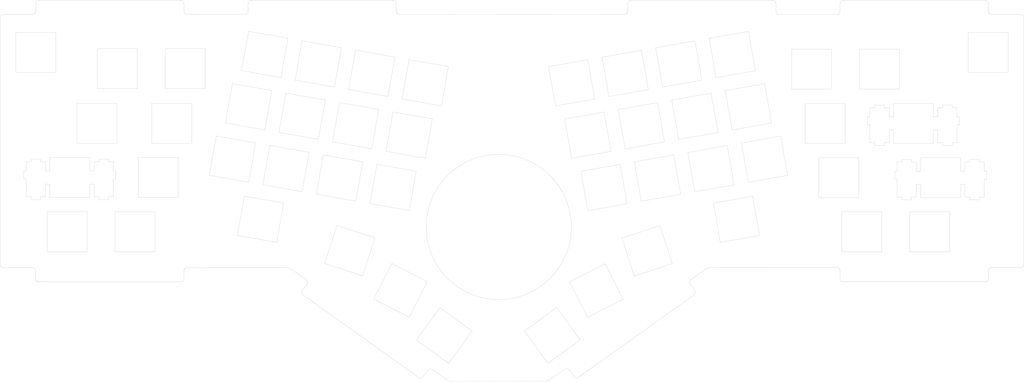
<source format=kicad_pcb>
(kicad_pcb (version 20171130) (host pcbnew "(5.1.10)-1")

  (general
    (thickness 1.6)
    (drawings 794)
    (tracks 0)
    (zones 0)
    (modules 0)
    (nets 1)
  )

  (page A3)
  (title_block
    (title hagoromo-plate)
    (date 2021-09-04)
    (rev v1.0.0)
  )

  (layers
    (0 F.Cu signal)
    (31 B.Cu signal)
    (32 B.Adhes user)
    (33 F.Adhes user)
    (34 B.Paste user)
    (35 F.Paste user)
    (36 B.SilkS user)
    (37 F.SilkS user)
    (38 B.Mask user)
    (39 F.Mask user)
    (40 Dwgs.User user)
    (41 Cmts.User user)
    (42 Eco1.User user)
    (43 Eco2.User user)
    (44 Edge.Cuts user)
    (45 Margin user)
    (46 B.CrtYd user)
    (47 F.CrtYd user)
    (48 B.Fab user)
    (49 F.Fab user)
  )

  (setup
    (last_trace_width 0.25)
    (trace_clearance 0.2)
    (zone_clearance 0.508)
    (zone_45_only no)
    (trace_min 0.2)
    (via_size 0.8)
    (via_drill 0.4)
    (via_min_size 0.4)
    (via_min_drill 0.3)
    (uvia_size 0.3)
    (uvia_drill 0.1)
    (uvias_allowed no)
    (uvia_min_size 0.2)
    (uvia_min_drill 0.1)
    (edge_width 0.05)
    (segment_width 0.2)
    (pcb_text_width 0.3)
    (pcb_text_size 1.5 1.5)
    (mod_edge_width 0.12)
    (mod_text_size 1 1)
    (mod_text_width 0.15)
    (pad_size 1.524 1.524)
    (pad_drill 0.762)
    (pad_to_mask_clearance 0)
    (aux_axis_origin 0 0)
    (visible_elements FFFFFF7F)
    (pcbplotparams
      (layerselection 0x010f0_ffffffff)
      (usegerberextensions false)
      (usegerberattributes true)
      (usegerberadvancedattributes true)
      (creategerberjobfile true)
      (excludeedgelayer true)
      (linewidth 0.100000)
      (plotframeref false)
      (viasonmask false)
      (mode 1)
      (useauxorigin false)
      (hpglpennumber 1)
      (hpglpenspeed 20)
      (hpglpendiameter 15.000000)
      (psnegative false)
      (psa4output false)
      (plotreference true)
      (plotvalue true)
      (plotinvisibletext false)
      (padsonsilk false)
      (subtractmaskfromsilk false)
      (outputformat 1)
      (mirror false)
      (drillshape 0)
      (scaleselection 1)
      (outputdirectory "./"))
  )

  (net 0 "")

  (net_class Default "This is the default net class."
    (clearance 0.2)
    (trace_width 0.25)
    (via_dia 0.8)
    (via_drill 0.4)
    (uvia_dia 0.3)
    (uvia_drill 0.1)
  )

  (gr_line (start 71.154036 175.549561) (end 85.154516 175.549561) (layer Edge.Cuts) (width 0.1))
  (gr_line (start 176.713896 147.302221) (end 162.926776 144.871441) (layer Edge.Cuts) (width 0.1))
  (gr_line (start 174.283116 161.089341) (end 176.713896 147.302221) (layer Edge.Cuts) (width 0.1))
  (gr_line (start 116.470176 156.024581) (end 114.039396 169.811701) (layer Edge.Cuts) (width 0.1))
  (gr_line (start 47.341536 175.549561) (end 61.342016 175.549561) (layer Edge.Cuts) (width 0.1))
  (gr_line (start 161.814256 192.123061) (end 174.288196 198.478141) (layer Edge.Cuts) (width 0.1))
  (gr_line (start 47.341536 161.549081) (end 47.341536 175.549561) (layer Edge.Cuts) (width 0.1))
  (gr_line (start 363.759496 175.549561) (end 363.759496 161.549081) (layer Edge.Cuts) (width 0.1))
  (gr_line (start 85.154516 175.549561) (end 85.154516 161.549081) (layer Edge.Cuts) (width 0.1))
  (gr_line (start 280.897076 158.475681) (end 283.330396 172.262801) (layer Edge.Cuts) (width 0.1))
  (gr_line (start 339.946996 175.549561) (end 339.946996 161.549081) (layer Edge.Cuts) (width 0.1))
  (gr_line (start 61.342016 161.549081) (end 47.341536 161.549081) (layer Edge.Cuts) (width 0.1))
  (gr_line (start 236.871256 161.112201) (end 250.658376 158.681421) (layer Edge.Cuts) (width 0.1))
  (gr_line (start 363.759496 161.549081) (end 349.759016 161.549081) (layer Edge.Cuts) (width 0.1))
  (gr_line (start 253.172976 184.025541) (end 266.487656 179.699921) (layer Edge.Cuts) (width 0.1))
  (gr_line (start 144.618456 179.646581) (end 157.933136 183.972201) (layer Edge.Cuts) (width 0.1))
  (gr_line (start 71.154036 161.549081) (end 71.154036 175.549561) (layer Edge.Cuts) (width 0.1))
  (gr_line (start 162.258756 170.657521) (end 148.944076 166.331901) (layer Edge.Cuts) (width 0.1))
  (gr_line (start 157.933136 183.972201) (end 162.258756 170.657521) (layer Edge.Cuts) (width 0.1))
  (gr_line (start 248.227596 144.894301) (end 234.440476 147.325081) (layer Edge.Cuts) (width 0.1))
  (gr_line (start 85.154516 161.549081) (end 71.154036 161.549081) (layer Edge.Cuts) (width 0.1))
  (gr_line (start 250.658376 158.681421) (end 248.227596 144.894301) (layer Edge.Cuts) (width 0.1))
  (gr_line (start 185.001916 195.102481) (end 176.772316 206.428341) (layer Edge.Cuts) (width 0.1))
  (gr_line (start 130.257296 158.455361) (end 116.470176 156.024581) (layer Edge.Cuts) (width 0.1))
  (gr_line (start 253.200916 144.015461) (end 255.631696 157.802581) (layer Edge.Cuts) (width 0.1))
  (gr_line (start 174.288196 198.478141) (end 180.645816 186.004201) (layer Edge.Cuts) (width 0.1))
  (gr_line (start 160.495996 158.658561) (end 174.283116 161.089341) (layer Edge.Cuts) (width 0.1))
  (gr_line (start 297.117516 169.832021) (end 294.684196 156.044901) (layer Edge.Cuts) (width 0.1))
  (gr_line (start 269.418816 155.371801) (end 266.988036 141.584681) (layer Edge.Cuts) (width 0.1))
  (gr_line (start 225.977196 195.089781) (end 214.651336 203.319381) (layer Edge.Cuts) (width 0.1))
  (gr_line (start 180.645816 186.004201) (end 168.171876 179.649121) (layer Edge.Cuts) (width 0.1))
  (gr_line (start 61.342016 175.549561) (end 61.342016 161.549081) (layer Edge.Cuts) (width 0.1))
  (gr_line (start 196.327776 203.332081) (end 185.001916 195.102481) (layer Edge.Cuts) (width 0.1))
  (gr_line (start 168.171876 179.649121) (end 161.814256 192.123061) (layer Edge.Cuts) (width 0.1))
  (gr_line (start 176.772316 206.428341) (end 188.098176 214.657941) (layer Edge.Cuts) (width 0.1))
  (gr_line (start 266.487656 179.699921) (end 262.162035 166.385241) (layer Edge.Cuts) (width 0.1))
  (gr_line (start 127.826516 172.242481) (end 130.257296 158.455361) (layer Edge.Cuts) (width 0.1))
  (gr_line (start 248.847356 170.710861) (end 253.172976 184.025541) (layer Edge.Cuts) (width 0.1))
  (gr_line (start 234.440476 147.325081) (end 236.871256 161.112201) (layer Edge.Cuts) (width 0.1))
  (gr_line (start 283.330396 172.262801) (end 297.117516 169.832021) (layer Edge.Cuts) (width 0.1))
  (gr_line (start 234.206796 206.415641) (end 225.977196 195.089781) (layer Edge.Cuts) (width 0.1))
  (gr_line (start 325.946516 161.549081) (end 325.946516 175.549561) (layer Edge.Cuts) (width 0.1))
  (gr_line (start 148.944076 166.331901) (end 144.618456 179.646581) (layer Edge.Cuts) (width 0.1))
  (gr_line (start 294.684196 156.044901) (end 280.897076 158.475681) (layer Edge.Cuts) (width 0.1))
  (gr_line (start 162.926776 144.871441) (end 160.495996 158.658561) (layer Edge.Cuts) (width 0.1))
  (gr_line (start 325.946516 175.549561) (end 339.946996 175.549561) (layer Edge.Cuts) (width 0.1))
  (gr_line (start 266.988036 141.584681) (end 253.200916 144.015461) (layer Edge.Cuts) (width 0.1))
  (gr_line (start 114.039396 169.811701) (end 127.826516 172.242481) (layer Edge.Cuts) (width 0.1))
  (gr_line (start 255.631696 157.802581) (end 269.418816 155.371801) (layer Edge.Cuts) (width 0.1))
  (gr_line (start 262.162035 166.385241) (end 248.847356 170.710861) (layer Edge.Cuts) (width 0.1))
  (gr_line (start 349.759016 175.549561) (end 363.759496 175.549561) (layer Edge.Cuts) (width 0.1))
  (gr_line (start 188.098176 214.657941) (end 196.327776 203.332081) (layer Edge.Cuts) (width 0.1))
  (gr_line (start 349.759016 161.549081) (end 349.759016 175.549561) (layer Edge.Cuts) (width 0.1))
  (gr_line (start 339.946996 161.549081) (end 325.946516 161.549081) (layer Edge.Cuts) (width 0.1))
  (gr_line (start 337.493356 138.295381) (end 340.795356 138.295381) (layer Edge.Cuts) (width 0.1))
  (gr_line (start 340.795356 138.295381) (end 340.795356 137.314941) (layer Edge.Cuts) (width 0.1))
  (gr_line (start 335.768696 128.244601) (end 334.943196 128.244601) (layer Edge.Cuts) (width 0.1))
  (gr_line (start 335.768696 125.013721) (end 335.768696 128.244601) (layer Edge.Cuts) (width 0.1))
  (gr_line (start 344.044016 123.545601) (end 344.044016 128.244601) (layer Edge.Cuts) (width 0.1))
  (gr_line (start 337.493356 137.314941) (end 337.493356 138.295381) (layer Edge.Cuts) (width 0.1))
  (gr_line (start 334.943196 128.244601) (end 334.943196 131.043681) (layer Edge.Cuts) (width 0.1))
  (gr_line (start 337.493356 125.013721) (end 335.768696 125.013721) (layer Edge.Cuts) (width 0.1))
  (gr_line (start 340.795356 124.094241) (end 337.493356 124.094241) (layer Edge.Cuts) (width 0.1))
  (gr_line (start 335.768696 131.043681) (end 335.768696 137.314941) (layer Edge.Cuts) (width 0.1))
  (gr_line (start 358.044496 128.244601) (end 358.044496 123.545601) (layer Edge.Cuts) (width 0.1))
  (gr_line (start 222.880936 214.645241) (end 234.206796 206.415641) (layer Edge.Cuts) (width 0.1))
  (gr_line (start 344.044016 128.244601) (end 342.520016 128.244601) (layer Edge.Cuts) (width 0.1))
  (gr_line (start 342.520016 128.244601) (end 342.520016 125.013721) (layer Edge.Cuts) (width 0.1))
  (gr_line (start 361.293156 125.013721) (end 359.568496 125.013721) (layer Edge.Cuts) (width 0.1))
  (gr_line (start 214.651336 203.319381) (end 222.880936 214.645241) (layer Edge.Cuts) (width 0.1))
  (gr_line (start 249.302016 192.186561) (end 242.946936 179.710081) (layer Edge.Cuts) (width 0.1))
  (gr_line (start 359.568496 128.244601) (end 358.044496 128.244601) (layer Edge.Cuts) (width 0.1))
  (gr_line (start 337.493356 124.094241) (end 337.493356 125.013721) (layer Edge.Cuts) (width 0.1))
  (gr_line (start 359.568496 125.013721) (end 359.568496 128.244601) (layer Edge.Cuts) (width 0.1))
  (gr_line (start 342.520016 125.013721) (end 340.795356 125.013721) (layer Edge.Cuts) (width 0.1))
  (gr_line (start 242.946936 179.710081) (end 230.472996 186.067701) (layer Edge.Cuts) (width 0.1))
  (gr_line (start 236.828076 198.541641) (end 249.302016 192.186561) (layer Edge.Cuts) (width 0.1))
  (gr_line (start 358.044496 123.545601) (end 344.044016 123.545601) (layer Edge.Cuts) (width 0.1))
  (gr_line (start 230.472996 186.067701) (end 236.828076 198.541641) (layer Edge.Cuts) (width 0.1))
  (gr_line (start 335.768696 137.314941) (end 337.493356 137.314941) (layer Edge.Cuts) (width 0.1))
  (gr_line (start 340.795356 125.013721) (end 340.795356 124.094241) (layer Edge.Cuts) (width 0.1))
  (gr_line (start 334.943196 131.043681) (end 335.768696 131.043681) (layer Edge.Cuts) (width 0.1))
  (gr_line (start 366.319816 131.043681) (end 367.145316 131.043681) (layer Edge.Cuts) (width 0.1))
  (gr_line (start 364.595156 137.314941) (end 366.319816 137.314941) (layer Edge.Cuts) (width 0.1))
  (gr_line (start 40.018716 147.198081) (end 39.193216 147.198081) (layer Edge.Cuts) (width 0.1))
  (gr_line (start 45.042836 143.96974) (end 45.042836 143.050261) (layer Edge.Cuts) (width 0.1))
  (gr_line (start 313.089036 137.543541) (end 327.089516 137.543541) (layer Edge.Cuts) (width 0.1))
  (gr_line (start 39.193216 147.198081) (end 39.193216 149.999701) (layer Edge.Cuts) (width 0.1))
  (gr_line (start 98.011996 137.449561) (end 98.011996 123.449081) (layer Edge.Cuts) (width 0.1))
  (gr_line (start 144.847056 122.339101) (end 131.059936 119.908321) (layer Edge.Cuts) (width 0.1))
  (gr_line (start 280.096976 119.931181) (end 266.307316 122.361961) (layer Edge.Cuts) (width 0.1))
  (gr_line (start 285.070296 119.052341) (end 287.501076 132.839461) (layer Edge.Cuts) (width 0.1))
  (gr_line (start 71.819516 137.449561) (end 71.819516 123.449081) (layer Edge.Cuts) (width 0.1))
  (gr_line (start 344.044016 132.844541) (end 344.044016 137.543541) (layer Edge.Cuts) (width 0.1))
  (gr_line (start 84.011516 123.449081) (end 84.011516 137.449561) (layer Edge.Cuts) (width 0.1))
  (gr_line (start 225.565716 124.416821) (end 239.352836 121.986041) (layer Edge.Cuts) (width 0.1))
  (gr_line (start 48.294036 147.198081) (end 46.767496 147.198081) (layer Edge.Cuts) (width 0.1))
  (gr_line (start 361.293156 138.295381) (end 364.595156 138.295381) (layer Edge.Cuts) (width 0.1))
  (gr_line (start 358.044496 132.844541) (end 359.568496 132.844541) (layer Edge.Cuts) (width 0.1))
  (gr_line (start 46.767496 147.198081) (end 46.767496 143.96974) (layer Edge.Cuts) (width 0.1))
  (gr_line (start 344.044016 137.543541) (end 358.044496 137.543541) (layer Edge.Cuts) (width 0.1))
  (gr_line (start 41.743376 143.96974) (end 40.018716 143.96974) (layer Edge.Cuts) (width 0.1))
  (gr_line (start 342.520016 132.844541) (end 344.044016 132.844541) (layer Edge.Cuts) (width 0.1))
  (gr_line (start 84.011516 137.449561) (end 98.011996 137.449561) (layer Edge.Cuts) (width 0.1))
  (gr_line (start 282.527756 133.718301) (end 280.096976 119.931181) (layer Edge.Cuts) (width 0.1))
  (gr_line (start 298.857416 116.621561) (end 285.070296 119.052341) (layer Edge.Cuts) (width 0.1))
  (gr_line (start 266.307316 122.361961) (end 268.738096 136.149081) (layer Edge.Cuts) (width 0.1))
  (gr_line (start 46.767496 143.96974) (end 45.042836 143.96974) (layer Edge.Cuts) (width 0.1))
  (gr_line (start 71.819516 123.449081) (end 57.819036 123.449081) (layer Edge.Cuts) (width 0.1))
  (gr_line (start 112.299496 116.601241) (end 109.866176 130.388361) (layer Edge.Cuts) (width 0.1))
  (gr_line (start 57.819036 137.449561) (end 71.819516 137.449561) (layer Edge.Cuts) (width 0.1))
  (gr_line (start 223.134936 110.629701) (end 225.565716 124.416821) (layer Edge.Cuts) (width 0.1))
  (gr_line (start 57.819036 123.449081) (end 57.819036 137.449561) (layer Edge.Cuts) (width 0.1))
  (gr_line (start 342.520016 137.314941) (end 342.520016 132.844541) (layer Edge.Cuts) (width 0.1))
  (gr_line (start 45.042836 143.050261) (end 41.743376 143.050261) (layer Edge.Cuts) (width 0.1))
  (gr_line (start 364.595156 138.295381) (end 364.595156 137.314941) (layer Edge.Cuts) (width 0.1))
  (gr_line (start 340.795356 137.314941) (end 342.520016 137.314941) (layer Edge.Cuts) (width 0.1))
  (gr_line (start 287.501076 132.839461) (end 301.288196 130.408681) (layer Edge.Cuts) (width 0.1))
  (gr_line (start 109.866176 130.388361) (end 123.653296 132.819141) (layer Edge.Cuts) (width 0.1))
  (gr_line (start 128.629156 133.695441) (end 142.416276 136.126221) (layer Edge.Cuts) (width 0.1))
  (gr_line (start 366.319816 125.013721) (end 364.595156 125.013721) (layer Edge.Cuts) (width 0.1))
  (gr_line (start 327.089516 137.543541) (end 327.089516 123.545601) (layer Edge.Cuts) (width 0.1))
  (gr_line (start 131.059936 119.908321) (end 128.629156 133.695441) (layer Edge.Cuts) (width 0.1))
  (gr_line (start 268.738096 136.149081) (end 282.527756 133.718301) (layer Edge.Cuts) (width 0.1))
  (gr_line (start 364.595156 124.094241) (end 361.293156 124.094241) (layer Edge.Cuts) (width 0.1))
  (gr_line (start 361.293156 124.094241) (end 361.293156 125.013721) (layer Edge.Cuts) (width 0.1))
  (gr_line (start 364.595156 125.013721) (end 364.595156 124.094241) (layer Edge.Cuts) (width 0.1))
  (gr_line (start 327.089516 123.545601) (end 313.089036 123.545601) (layer Edge.Cuts) (width 0.1))
  (gr_line (start 123.653296 132.819141) (end 126.086616 119.032021) (layer Edge.Cuts) (width 0.1))
  (gr_line (start 366.319816 128.244601) (end 366.319816 125.013721) (layer Edge.Cuts) (width 0.1))
  (gr_line (start 142.416276 136.126221) (end 144.847056 122.339101) (layer Edge.Cuts) (width 0.1))
  (gr_line (start 359.568496 132.844541) (end 359.568496 137.314941) (layer Edge.Cuts) (width 0.1))
  (gr_line (start 236.922056 108.198921) (end 223.134936 110.629701) (layer Edge.Cuts) (width 0.1))
  (gr_line (start 367.145316 128.244601) (end 366.319816 128.244601) (layer Edge.Cuts) (width 0.1))
  (gr_line (start 366.319816 137.314941) (end 366.319816 131.043681) (layer Edge.Cuts) (width 0.1))
  (gr_line (start 358.044496 137.543541) (end 358.044496 132.844541) (layer Edge.Cuts) (width 0.1))
  (gr_line (start 40.018716 143.96974) (end 40.018716 147.198081) (layer Edge.Cuts) (width 0.1))
  (gr_line (start 41.743376 143.050261) (end 41.743376 143.96974) (layer Edge.Cuts) (width 0.1))
  (gr_line (start 361.293156 137.314941) (end 361.293156 138.295381) (layer Edge.Cuts) (width 0.1))
  (gr_line (start 313.089036 123.545601) (end 313.089036 137.543541) (layer Edge.Cuts) (width 0.1))
  (gr_line (start 239.352836 121.986041) (end 236.922056 108.198921) (layer Edge.Cuts) (width 0.1))
  (gr_line (start 359.568496 137.314941) (end 361.293156 137.314941) (layer Edge.Cuts) (width 0.1))
  (gr_line (start 126.086616 119.032021) (end 112.299496 116.601241) (layer Edge.Cuts) (width 0.1))
  (gr_line (start 301.288196 130.408681) (end 298.857416 116.621561) (layer Edge.Cuts) (width 0.1))
  (gr_line (start 98.011996 123.449081) (end 84.011516 123.449081) (layer Edge.Cuts) (width 0.1))
  (gr_line (start 367.145316 131.043681) (end 367.145316 128.244601) (layer Edge.Cuts) (width 0.1))
  (gr_line (start 65.543176 143.050261) (end 65.543176 143.96974) (layer Edge.Cuts) (width 0.1))
  (gr_line (start 71.392796 149.999701) (end 71.392796 147.198081) (layer Edge.Cuts) (width 0.1))
  (gr_line (start 63.818516 147.198081) (end 62.294516 147.198081) (layer Edge.Cuts) (width 0.1))
  (gr_line (start 65.543176 143.96974) (end 63.818516 143.96974) (layer Edge.Cuts) (width 0.1))
  (gr_line (start 68.842636 143.96974) (end 68.842636 143.050261) (layer Edge.Cuts) (width 0.1))
  (gr_line (start 70.567296 147.198081) (end 70.567296 143.96974) (layer Edge.Cuts) (width 0.1))
  (gr_line (start 68.842636 157.248861) (end 68.842636 156.268421) (layer Edge.Cuts) (width 0.1))
  (gr_line (start 68.842636 156.268421) (end 70.567296 156.268421) (layer Edge.Cuts) (width 0.1))
  (gr_line (start 48.294036 151.800561) (end 48.294036 156.499561) (layer Edge.Cuts) (width 0.1))
  (gr_line (start 45.042836 156.268421) (end 46.767496 156.268421) (layer Edge.Cuts) (width 0.1))
  (gr_line (start 46.767496 156.268421) (end 46.767496 151.800561) (layer Edge.Cuts) (width 0.1))
  (gr_line (start 63.818516 156.268421) (end 65.543176 156.268421) (layer Edge.Cuts) (width 0.1))
  (gr_line (start 62.294516 156.499561) (end 62.294516 151.800561) (layer Edge.Cuts) (width 0.1))
  (gr_line (start 71.392796 147.198081) (end 70.567296 147.198081) (layer Edge.Cuts) (width 0.1))
  (gr_line (start 70.567296 156.268421) (end 70.567296 149.999701) (layer Edge.Cuts) (width 0.1))
  (gr_line (start 68.842636 143.050261) (end 65.543176 143.050261) (layer Edge.Cuts) (width 0.1))
  (gr_line (start 63.818516 143.96974) (end 63.818516 147.198081) (layer Edge.Cuts) (width 0.1))
  (gr_line (start 48.294036 142.499081) (end 48.294036 147.198081) (layer Edge.Cuts) (width 0.1))
  (gr_line (start 62.294516 142.499081) (end 48.294036 142.499081) (layer Edge.Cuts) (width 0.1))
  (gr_line (start 62.294516 151.800561) (end 63.818516 151.800561) (layer Edge.Cuts) (width 0.1))
  (gr_line (start 48.294036 156.499561) (end 62.294516 156.499561) (layer Edge.Cuts) (width 0.1))
  (gr_line (start 46.767496 151.800561) (end 48.294036 151.800561) (layer Edge.Cuts) (width 0.1))
  (gr_line (start 62.294516 147.198081) (end 62.294516 142.499081) (layer Edge.Cuts) (width 0.1))
  (gr_line (start 70.567296 143.96974) (end 68.842636 143.96974) (layer Edge.Cuts) (width 0.1))
  (gr_line (start 70.567296 149.999701) (end 71.392796 149.999701) (layer Edge.Cuts) (width 0.1))
  (gr_line (start 63.818516 151.800561) (end 63.818516 156.268421) (layer Edge.Cuts) (width 0.1))
  (gr_line (start 65.543176 157.248861) (end 68.842636 157.248861) (layer Edge.Cuts) (width 0.1))
  (gr_line (start 65.543176 156.268421) (end 65.543176 157.248861) (layer Edge.Cuts) (width 0.1))
  (gr_line (start 120.432576 137.378441) (end 106.645456 134.947661) (layer Edge.Cuts) (width 0.1))
  (gr_line (start 166.150036 140.31214) (end 179.937156 142.74292) (layer Edge.Cuts) (width 0.1))
  (gr_line (start 350.320356 157.345381) (end 350.320356 156.364941) (layer Edge.Cuts) (width 0.1))
  (gr_line (start 367.569496 147.294601) (end 367.569496 142.595601) (layer Edge.Cuts) (width 0.1))
  (gr_line (start 370.818156 143.14424) (end 370.818156 144.063721) (layer Edge.Cuts) (width 0.1))
  (gr_line (start 375.844816 150.093681) (end 376.670316 150.093681) (layer Edge.Cuts) (width 0.1))
  (gr_line (start 375.844816 147.294601) (end 375.844816 144.063721) (layer Edge.Cuts) (width 0.1))
  (gr_line (start 149.820376 123.217941) (end 147.387056 137.005061) (layer Edge.Cuts) (width 0.1))
  (gr_line (start 147.387056 137.005061) (end 161.176716 139.435841) (layer Edge.Cuts) (width 0.1))
  (gr_line (start 376.670316 147.294601) (end 375.844816 147.294601) (layer Edge.Cuts) (width 0.1))
  (gr_line (start 374.120156 143.14424) (end 370.818156 143.14424) (layer Edge.Cuts) (width 0.1))
  (gr_line (start 375.844816 144.063721) (end 374.120156 144.063721) (layer Edge.Cuts) (width 0.1))
  (gr_line (start 370.818156 156.364941) (end 370.818156 157.345381) (layer Edge.Cuts) (width 0.1))
  (gr_line (start 347.018356 157.345381) (end 350.320356 157.345381) (layer Edge.Cuts) (width 0.1))
  (gr_line (start 182.367936 128.955801) (end 168.580816 126.525021) (layer Edge.Cuts) (width 0.1))
  (gr_line (start 374.120156 144.063721) (end 374.120156 143.14424) (layer Edge.Cuts) (width 0.1))
  (gr_line (start 345.293696 150.093681) (end 345.293696 156.364941) (layer Edge.Cuts) (width 0.1))
  (gr_line (start 374.120156 156.364941) (end 375.844816 156.364941) (layer Edge.Cuts) (width 0.1))
  (gr_line (start 345.293696 147.294601) (end 344.468196 147.294601) (layer Edge.Cuts) (width 0.1))
  (gr_line (start 168.580816 126.525021) (end 166.150036 140.31214) (layer Edge.Cuts) (width 0.1))
  (gr_line (start 45.042836 157.248861) (end 45.042836 156.268421) (layer Edge.Cuts) (width 0.1))
  (gr_line (start 374.120156 157.345381) (end 374.120156 156.364941) (layer Edge.Cuts) (width 0.1))
  (gr_line (start 352.045016 151.894541) (end 353.569016 151.894541) (layer Edge.Cuts) (width 0.1))
  (gr_line (start 106.645456 134.947661) (end 104.214676 148.734781) (layer Edge.Cuts) (width 0.1))
  (gr_line (start 370.818156 144.063721) (end 369.093496 144.063721) (layer Edge.Cuts) (width 0.1))
  (gr_line (start 41.743376 156.268421) (end 41.743376 157.248861) (layer Edge.Cuts) (width 0.1))
  (gr_line (start 347.018356 144.063721) (end 345.293696 144.063721) (layer Edge.Cuts) (width 0.1))
  (gr_line (start 350.320356 156.364941) (end 352.045016 156.364941) (layer Edge.Cuts) (width 0.1))
  (gr_line (start 345.293696 144.063721) (end 345.293696 147.294601) (layer Edge.Cuts) (width 0.1))
  (gr_line (start 261.333996 123.238261) (end 247.549416 125.669041) (layer Edge.Cuts) (width 0.1))
  (gr_line (start 161.176716 139.435841) (end 163.607496 125.648721) (layer Edge.Cuts) (width 0.1))
  (gr_line (start 163.607496 125.648721) (end 149.820376 123.217941) (layer Edge.Cuts) (width 0.1))
  (gr_line (start 353.569016 142.595601) (end 353.569016 147.294601) (layer Edge.Cuts) (width 0.1))
  (gr_line (start 41.743376 157.248861) (end 45.042836 157.248861) (layer Edge.Cuts) (width 0.1))
  (gr_line (start 40.018716 156.268421) (end 41.743376 156.268421) (layer Edge.Cuts) (width 0.1))
  (gr_line (start 369.093496 144.063721) (end 369.093496 147.294601) (layer Edge.Cuts) (width 0.1))
  (gr_line (start 375.844816 156.364941) (end 375.844816 150.093681) (layer Edge.Cuts) (width 0.1))
  (gr_line (start 353.569016 151.894541) (end 353.569016 156.593541) (layer Edge.Cuts) (width 0.1))
  (gr_line (start 263.767316 137.025381) (end 261.333996 123.238261) (layer Edge.Cuts) (width 0.1))
  (gr_line (start 369.093496 151.894541) (end 369.093496 156.364941) (layer Edge.Cuts) (width 0.1))
  (gr_line (start 344.468196 147.294601) (end 344.468196 150.093681) (layer Edge.Cuts) (width 0.1))
  (gr_line (start 367.569496 156.593541) (end 367.569496 151.894541) (layer Edge.Cuts) (width 0.1))
  (gr_line (start 376.670316 150.093681) (end 376.670316 147.294601) (layer Edge.Cuts) (width 0.1))
  (gr_line (start 40.018716 149.999701) (end 40.018716 156.268421) (layer Edge.Cuts) (width 0.1))
  (gr_line (start 39.193216 149.999701) (end 40.018716 149.999701) (layer Edge.Cuts) (width 0.1))
  (gr_line (start 249.980196 139.456161) (end 263.767316 137.025381) (layer Edge.Cuts) (width 0.1))
  (gr_line (start 370.818156 157.345381) (end 374.120156 157.345381) (layer Edge.Cuts) (width 0.1))
  (gr_line (start 347.018356 143.14424) (end 347.018356 144.063721) (layer Edge.Cuts) (width 0.1))
  (gr_line (start 350.320356 143.14424) (end 347.018356 143.14424) (layer Edge.Cuts) (width 0.1))
  (gr_line (start 350.320356 144.063721) (end 350.320356 143.14424) (layer Edge.Cuts) (width 0.1))
  (gr_line (start 352.045016 144.063721) (end 350.320356 144.063721) (layer Edge.Cuts) (width 0.1))
  (gr_line (start 353.569016 147.294601) (end 352.045016 147.294601) (layer Edge.Cuts) (width 0.1))
  (gr_line (start 369.093496 147.294601) (end 367.569496 147.294601) (layer Edge.Cuts) (width 0.1))
  (gr_line (start 369.093496 156.364941) (end 370.818156 156.364941) (layer Edge.Cuts) (width 0.1))
  (gr_line (start 179.937156 142.74292) (end 182.367936 128.955801) (layer Edge.Cuts) (width 0.1))
  (gr_line (start 353.569016 156.593541) (end 367.569496 156.593541) (layer Edge.Cuts) (width 0.1))
  (gr_line (start 352.045016 156.364941) (end 352.045016 151.894541) (layer Edge.Cuts) (width 0.1))
  (gr_line (start 345.293696 156.364941) (end 347.018356 156.364941) (layer Edge.Cuts) (width 0.1))
  (gr_line (start 352.045016 147.294601) (end 352.045016 144.063721) (layer Edge.Cuts) (width 0.1))
  (gr_line (start 367.569496 142.595601) (end 353.569016 142.595601) (layer Edge.Cuts) (width 0.1))
  (gr_line (start 367.569496 151.894541) (end 369.093496 151.894541) (layer Edge.Cuts) (width 0.1))
  (gr_line (start 344.468196 150.093681) (end 345.293696 150.093681) (layer Edge.Cuts) (width 0.1))
  (gr_line (start 347.018356 156.364941) (end 347.018356 157.345381) (layer Edge.Cuts) (width 0.1))
  (gr_line (start 247.549416 125.669041) (end 249.980196 139.456161) (layer Edge.Cuts) (width 0.1))
  (gr_line (start 317.851536 156.593541) (end 331.852016 156.593541) (layer Edge.Cuts) (width 0.1))
  (gr_line (start 134.280656 115.349021) (end 148.067776 117.779801) (layer Edge.Cuts) (width 0.1))
  (gr_line (start 242.573556 126.545341) (end 228.786436 128.976121) (layer Edge.Cuts) (width 0.1))
  (gr_line (start 317.851536 142.595601) (end 317.851536 156.593541) (layer Edge.Cuts) (width 0.1))
  (gr_line (start 285.748476 138.277601) (end 271.961356 140.708381) (layer Edge.Cuts) (width 0.1))
  (gr_line (start 288.179256 152.064721) (end 285.748476 138.277601) (layer Edge.Cuts) (width 0.1))
  (gr_line (start 304.508916 134.970521) (end 290.721796 137.401301) (layer Edge.Cuts) (width 0.1))
  (gr_line (start 79.249016 156.499561) (end 93.249496 156.499561) (layer Edge.Cuts) (width 0.1))
  (gr_line (start 136.762236 154.475181) (end 139.193016 140.688061) (layer Edge.Cuts) (width 0.1))
  (gr_line (start 293.152576 151.188421) (end 306.939696 148.755101) (layer Edge.Cuts) (width 0.1))
  (gr_line (start 290.721796 137.401301) (end 293.152576 151.188421) (layer Edge.Cuts) (width 0.1))
  (gr_line (start 331.852016 142.595601) (end 317.851536 142.595601) (layer Edge.Cuts) (width 0.1))
  (gr_line (start 79.249016 142.499081) (end 79.249016 156.499561) (layer Edge.Cuts) (width 0.1))
  (gr_line (start 148.067776 117.779801) (end 150.498556 103.992681) (layer Edge.Cuts) (width 0.1))
  (gr_line (start 122.975116 152.044401) (end 136.762236 154.475181) (layer Edge.Cuts) (width 0.1))
  (gr_line (start 93.249496 156.499561) (end 93.249496 142.499081) (layer Edge.Cuts) (width 0.1))
  (gr_line (start 118.001796 151.165561) (end 120.432576 137.378441) (layer Edge.Cuts) (width 0.1))
  (gr_line (start 104.214676 148.734781) (end 118.001796 151.165561) (layer Edge.Cuts) (width 0.1))
  (gr_line (start 245.006876 140.33246) (end 242.573556 126.545341) (layer Edge.Cuts) (width 0.1))
  (gr_line (start 274.392136 154.495501) (end 288.179256 152.064721) (layer Edge.Cuts) (width 0.1))
  (gr_line (start 231.217216 142.76324) (end 245.006876 140.33246) (layer Edge.Cuts) (width 0.1))
  (gr_line (start 228.786436 128.976121) (end 231.217216 142.76324) (layer Edge.Cuts) (width 0.1))
  (gr_line (start 271.961356 140.708381) (end 274.392136 154.495501) (layer Edge.Cuts) (width 0.1))
  (gr_line (start 306.939696 148.755101) (end 304.508916 134.970521) (layer Edge.Cuts) (width 0.1))
  (gr_line (start 331.852016 156.593541) (end 331.852016 142.595601) (layer Edge.Cuts) (width 0.1))
  (gr_line (start 125.405896 138.257281) (end 122.975116 152.044401) (layer Edge.Cuts) (width 0.1))
  (gr_line (start 139.193016 140.688061) (end 125.405896 138.257281) (layer Edge.Cuts) (width 0.1))
  (gr_line (start 93.249496 142.499081) (end 79.249016 142.499081) (layer Edge.Cuts) (width 0.1))
  (gr_line (start 370.239036 98.684081) (end 370.239036 112.684561) (layer Edge.Cuts) (width 0.1))
  (gr_line (start 115.520216 112.041941) (end 129.307336 114.472721) (layer Edge.Cuts) (width 0.1))
  (gr_line (start 229.165912 176.582833) (end 228.662992 177.717959) (layer Edge.Cuts) (width 0.1))
  (gr_line (start 129.307336 114.472721) (end 131.738116 100.685601) (layer Edge.Cuts) (width 0.1))
  (gr_line (start 276.873716 115.369341) (end 274.442936 101.582221) (layer Edge.Cuts) (width 0.1))
  (gr_line (start 295.634156 112.062261) (end 293.203376 98.275141) (layer Edge.Cuts) (width 0.1))
  (gr_line (start 131.738116 100.685601) (end 117.950996 98.254821) (layer Edge.Cuts) (width 0.1))
  (gr_line (start 260.655816 104.015541) (end 263.086596 117.800121) (layer Edge.Cuts) (width 0.1))
  (gr_line (start 36.386516 98.684081) (end 36.386516 112.684561) (layer Edge.Cuts) (width 0.1))
  (gr_line (start 322.324476 118.493541) (end 322.324476 104.495601) (layer Edge.Cuts) (width 0.1))
  (gr_line (start 346.139516 118.493541) (end 346.139516 104.495601) (layer Edge.Cuts) (width 0.1))
  (gr_line (start 228.662992 177.717959) (end 228.104954 178.827685) (layer Edge.Cuts) (width 0.1))
  (gr_line (start 224.51949 183.924703) (end 223.649032 184.839357) (layer Edge.Cuts) (width 0.1))
  (gr_line (start 258.113276 118.678961) (end 255.682496 104.889301) (layer Edge.Cuts) (width 0.1))
  (gr_line (start 346.139516 104.495601) (end 332.139036 104.495601) (layer Edge.Cuts) (width 0.1))
  (gr_line (start 274.442936 101.582221) (end 260.655816 104.015541) (layer Edge.Cuts) (width 0.1))
  (gr_line (start 64.961516 104.399081) (end 64.961516 118.399561) (layer Edge.Cuts) (width 0.1))
  (gr_line (start 78.961996 104.399081) (end 64.961516 104.399081) (layer Edge.Cuts) (width 0.1))
  (gr_line (start 155.471876 104.871521) (end 153.041096 118.656101) (layer Edge.Cuts) (width 0.1))
  (gr_line (start 332.139036 118.493541) (end 346.139516 118.493541) (layer Edge.Cuts) (width 0.1))
  (gr_line (start 117.950996 98.254821) (end 115.520216 112.041941) (layer Edge.Cuts) (width 0.1))
  (gr_line (start 263.086596 117.800121) (end 276.873716 115.369341) (layer Edge.Cuts) (width 0.1))
  (gr_line (start 157.953456 143.995141) (end 144.166336 141.564361) (layer Edge.Cuts) (width 0.1))
  (gr_line (start 155.522676 157.782261) (end 157.953456 143.995141) (layer Edge.Cuts) (width 0.1))
  (gr_line (start 226.109276 181.984651) (end 225.339656 182.972457) (layer Edge.Cuts) (width 0.1))
  (gr_line (start 370.239036 112.684561) (end 384.239516 112.684561) (layer Edge.Cuts) (width 0.1))
  (gr_line (start 241.895376 107.322621) (end 244.326156 121.109741) (layer Edge.Cuts) (width 0.1))
  (gr_line (start 169.258996 107.302301) (end 155.471876 104.871521) (layer Edge.Cuts) (width 0.1))
  (gr_line (start 384.239516 112.684561) (end 384.239516 98.684081) (layer Edge.Cuts) (width 0.1))
  (gr_line (start 308.323996 104.495601) (end 308.323996 118.493541) (layer Edge.Cuts) (width 0.1))
  (gr_line (start 244.326156 121.109741) (end 258.113276 118.678961) (layer Edge.Cuts) (width 0.1))
  (gr_line (start 185.588656 124.396501) (end 188.019436 110.609381) (layer Edge.Cuts) (width 0.1))
  (gr_line (start 279.416256 100.705921) (end 281.847036 114.493041) (layer Edge.Cuts) (width 0.1))
  (gr_line (start 102.774496 118.399561) (end 102.774496 104.399081) (layer Edge.Cuts) (width 0.1))
  (gr_line (start 88.774016 118.399561) (end 102.774496 118.399561) (layer Edge.Cuts) (width 0.1))
  (gr_line (start 227.492814 179.909979) (end 226.827334 180.963063) (layer Edge.Cuts) (width 0.1))
  (gr_line (start 384.239516 98.684081) (end 370.239036 98.684081) (layer Edge.Cuts) (width 0.1))
  (gr_line (start 50.386996 112.684561) (end 50.386996 98.684081) (layer Edge.Cuts) (width 0.1))
  (gr_line (start 228.104954 178.827685) (end 227.492814 179.909979) (layer Edge.Cuts) (width 0.1))
  (gr_line (start 36.386516 112.684561) (end 50.386996 112.684561) (layer Edge.Cuts) (width 0.1))
  (gr_line (start 50.386996 98.684081) (end 36.386516 98.684081) (layer Edge.Cuts) (width 0.1))
  (gr_line (start 188.019436 110.609381) (end 174.232316 108.178601) (layer Edge.Cuts) (width 0.1))
  (gr_line (start 223.649032 184.839357) (end 223.649032 184.839357) (layer Edge.Cuts) (width 0.1))
  (gr_line (start 153.041096 118.656101) (end 166.828216 121.089421) (layer Edge.Cuts) (width 0.1))
  (gr_line (start 174.232316 108.178601) (end 171.801536 121.965721) (layer Edge.Cuts) (width 0.1))
  (gr_line (start 225.339656 182.972457) (end 224.51949 183.924703) (layer Edge.Cuts) (width 0.1))
  (gr_line (start 322.324476 104.495601) (end 308.323996 104.495601) (layer Edge.Cuts) (width 0.1))
  (gr_line (start 332.139036 104.495601) (end 332.139036 118.493541) (layer Edge.Cuts) (width 0.1))
  (gr_line (start 223.649032 184.839357) (end 222.734632 185.709561) (layer Edge.Cuts) (width 0.1))
  (gr_line (start 136.711436 101.561901) (end 134.280656 115.349021) (layer Edge.Cuts) (width 0.1))
  (gr_line (start 150.498556 103.992681) (end 136.711436 101.561901) (layer Edge.Cuts) (width 0.1))
  (gr_line (start 281.847036 114.493041) (end 295.634156 112.062261) (layer Edge.Cuts) (width 0.1))
  (gr_line (start 88.774016 104.399081) (end 88.774016 118.399561) (layer Edge.Cuts) (width 0.1))
  (gr_line (start 78.961996 118.399561) (end 78.961996 104.399081) (layer Edge.Cuts) (width 0.1))
  (gr_line (start 141.735556 155.351481) (end 155.522676 157.782261) (layer Edge.Cuts) (width 0.1))
  (gr_line (start 293.203376 98.275141) (end 279.416256 100.705921) (layer Edge.Cuts) (width 0.1))
  (gr_line (start 102.774496 104.399081) (end 88.774016 104.399081) (layer Edge.Cuts) (width 0.1))
  (gr_line (start 64.961516 118.399561) (end 78.961996 118.399561) (layer Edge.Cuts) (width 0.1))
  (gr_line (start 308.323996 118.493541) (end 322.324476 118.493541) (layer Edge.Cuts) (width 0.1))
  (gr_line (start 144.166336 141.564361) (end 141.735556 155.351481) (layer Edge.Cuts) (width 0.1))
  (gr_line (start 171.801536 121.965721) (end 185.588656 124.396501) (layer Edge.Cuts) (width 0.1))
  (gr_line (start 255.682496 104.889301) (end 241.895376 107.322621) (layer Edge.Cuts) (width 0.1))
  (gr_line (start 166.828216 121.089421) (end 169.258996 107.302301) (layer Edge.Cuts) (width 0.1))
  (gr_line (start 226.827334 180.963063) (end 226.109276 181.984651) (layer Edge.Cuts) (width 0.1))
  (gr_line (start 136.7028 189.281055) (end 136.81583 189.084205) (layer Edge.Cuts) (width 0.1))
  (gr_line (start 210.641692 191.799719) (end 209.41157 192.014349) (layer Edge.Cuts) (width 0.1))
  (gr_line (start 138.383772 186.887359) (end 138.496802 186.690763) (layer Edge.Cuts) (width 0.1))
  (gr_line (start 222.734632 185.709561) (end 221.782386 186.529727) (layer Edge.Cuts) (width 0.1))
  (gr_line (start 215.392762 190.355983) (end 214.234522 190.803023) (layer Edge.Cuts) (width 0.1))
  (gr_line (start 216.527634 189.853063) (end 215.392762 190.355983) (layer Edge.Cuts) (width 0.1))
  (gr_line (start 219.772992 188.017405) (end 218.719908 188.682885) (layer Edge.Cuts) (width 0.1))
  (gr_line (start 220.79458 187.299347) (end 219.772992 188.017405) (layer Edge.Cuts) (width 0.1))
  (gr_line (start 218.719908 188.682885) (end 217.637614 189.295025) (layer Edge.Cuts) (width 0.1))
  (gr_line (start 138.11504 185.281063) (end 133.178042 181.760115) (layer Edge.Cuts) (width 0.1))
  (gr_line (start 136.81583 189.084205) (end 138.383772 186.887359) (layer Edge.Cuts) (width 0.1))
  (gr_line (start 136.602216 189.716919) (end 136.631172 189.493907) (layer Edge.Cuts) (width 0.1))
  (gr_line (start 217.637614 189.295025) (end 216.527634 189.853063) (layer Edge.Cuts) (width 0.1))
  (gr_line (start 131.08813 181.091079) (end 131.08813 181.091079) (layer Edge.Cuts) (width 0.1))
  (gr_line (start 198.251826 191.193167) (end 197.072504 190.803023) (layer Edge.Cuts) (width 0.1))
  (gr_line (start 131.644897 181.134513) (end 131.08813 181.091079) (layer Edge.Cuts) (width 0.1))
  (gr_line (start 138.597386 186.254899) (end 138.5824 186.028585) (layer Edge.Cuts) (width 0.1))
  (gr_line (start 214.234522 190.803023) (end 213.0552 191.193167) (layer Edge.Cuts) (width 0.1))
  (gr_line (start 201.895456 192.014349) (end 200.665334 191.799719) (layer Edge.Cuts) (width 0.1))
  (gr_line (start 132.699505 181.472079) (end 132.18541 181.262529) (layer Edge.Cuts) (width 0.1))
  (gr_line (start 193.669666 189.295025) (end 192.587118 188.682885) (layer Edge.Cuts) (width 0.1))
  (gr_line (start 138.496802 186.690763) (end 138.56843 186.477657) (layer Edge.Cuts) (width 0.1))
  (gr_line (start 208.169002 192.168781) (end 206.915512 192.261999) (layer Edge.Cuts) (width 0.1))
  (gr_line (start 138.285982 185.430161) (end 138.11504 185.281063) (layer Edge.Cuts) (width 0.1))
  (gr_line (start 133.178042 181.760115) (end 132.699505 181.472079) (layer Edge.Cuts) (width 0.1))
  (gr_line (start 199.450198 191.525653) (end 198.251826 191.193167) (layer Edge.Cuts) (width 0.1))
  (gr_line (start 213.0552 191.193167) (end 211.856828 191.525653) (layer Edge.Cuts) (width 0.1))
  (gr_line (start 131.08813 181.091079) (end 96.465136 181.086761) (layer Edge.Cuts) (width 0.1))
  (gr_line (start 138.5824 186.028585) (end 138.522964 185.809637) (layer Edge.Cuts) (width 0.1))
  (gr_line (start 138.423142 185.608215) (end 138.285982 185.430161) (layer Edge.Cuts) (width 0.1))
  (gr_line (start 221.782386 186.529727) (end 220.79458 187.299347) (layer Edge.Cuts) (width 0.1))
  (gr_line (start 192.587118 188.682885) (end 191.534034 188.017405) (layer Edge.Cuts) (width 0.1))
  (gr_line (start 194.779392 189.853063) (end 193.669666 189.295025) (layer Edge.Cuts) (width 0.1))
  (gr_line (start 132.18541 181.262529) (end 131.644897 181.134513) (layer Edge.Cuts) (width 0.1))
  (gr_line (start 197.072504 190.803023) (end 195.914518 190.355983) (layer Edge.Cuts) (width 0.1))
  (gr_line (start 203.138278 192.168781) (end 201.895456 192.014349) (layer Edge.Cuts) (width 0.1))
  (gr_line (start 205.65364 192.293241) (end 204.391514 192.261999) (layer Edge.Cuts) (width 0.1))
  (gr_line (start 206.915512 192.261999) (end 205.65364 192.293241) (layer Edge.Cuts) (width 0.1))
  (gr_line (start 211.856828 191.525653) (end 210.641692 191.799719) (layer Edge.Cuts) (width 0.1))
  (gr_line (start 138.522964 185.809637) (end 138.423142 185.608215) (layer Edge.Cuts) (width 0.1))
  (gr_line (start 138.56843 186.477657) (end 138.597386 186.254899) (layer Edge.Cuts) (width 0.1))
  (gr_line (start 136.631172 189.493907) (end 136.7028 189.281055) (layer Edge.Cuts) (width 0.1))
  (gr_line (start 195.914518 190.355983) (end 194.779392 189.853063) (layer Edge.Cuts) (width 0.1))
  (gr_line (start 200.665334 191.799719) (end 199.450198 191.525653) (layer Edge.Cuts) (width 0.1))
  (gr_line (start 204.391514 192.261999) (end 203.138278 192.168781) (layer Edge.Cuts) (width 0.1))
  (gr_line (start 209.41157 192.014349) (end 208.169002 192.168781) (layer Edge.Cuts) (width 0.1))
  (gr_line (start 137.084308 190.690755) (end 136.91362 190.541657) (layer Edge.Cuts) (width 0.1))
  (gr_line (start 181.694836 216.588595) (end 181.467252 216.605867) (layer Edge.Cuts) (width 0.1))
  (gr_line (start 232.585768 219.651581) (end 232.3846 219.551505) (layer Edge.Cuts) (width 0.1))
  (gr_line (start 188.192156 220.789501) (end 187.709048 220.507561) (layer Edge.Cuts) (width 0.1))
  (gr_line (start 223.298766 220.447617) (end 222.810832 220.723207) (layer Edge.Cuts) (width 0.1))
  (gr_line (start 222.810832 220.723207) (end 222.29064 220.923613) (layer Edge.Cuts) (width 0.1))
  (gr_line (start 228.861874 216.742519) (end 223.298766 220.447617) (layer Edge.Cuts) (width 0.1))
  (gr_line (start 177.542698 219.549473) (end 137.084308 190.690755) (layer Edge.Cuts) (width 0.1))
  (gr_line (start 177.739548 219.662249) (end 177.542698 219.549473) (layer Edge.Cuts) (width 0.1))
  (gr_line (start 180.717444 217.078815) (end 179.148994 219.280233) (layer Edge.Cuts) (width 0.1))
  (gr_line (start 229.064312 216.634315) (end 228.861874 216.742519) (layer Edge.Cuts) (width 0.1))
  (gr_line (start 181.919118 216.615265) (end 181.694836 216.588595) (layer Edge.Cuts) (width 0.1))
  (gr_line (start 178.175412 219.762833) (end 177.9524 219.734131) (layer Edge.Cuts) (width 0.1))
  (gr_line (start 232.206546 219.414345) (end 232.057448 219.243403) (layer Edge.Cuts) (width 0.1))
  (gr_line (start 177.9524 219.734131) (end 177.739548 219.662249) (layer Edge.Cuts) (width 0.1))
  (gr_line (start 178.620674 219.688411) (end 178.401726 219.747593) (layer Edge.Cuts) (width 0.1))
  (gr_line (start 182.333646 216.795351) (end 182.134256 216.684607) (layer Edge.Cuts) (width 0.1))
  (gr_line (start 187.709048 220.507561) (end 182.333646 216.795351) (layer Edge.Cuts) (width 0.1))
  (gr_line (start 229.736142 216.562687) (end 229.507542 216.543129) (layer Edge.Cuts) (width 0.1))
  (gr_line (start 188.7093 220.994225) (end 188.192156 220.789501) (layer Edge.Cuts) (width 0.1))
  (gr_line (start 222.29064 220.923613) (end 221.746826 221.046295) (layer Edge.Cuts) (width 0.1))
  (gr_line (start 232.3846 219.551505) (end 232.206546 219.414345) (layer Edge.Cuts) (width 0.1))
  (gr_line (start 181.467252 216.605867) (end 181.247542 216.667081) (layer Edge.Cuts) (width 0.1))
  (gr_line (start 230.33863 216.869011) (end 230.159306 216.729057) (layer Edge.Cuts) (width 0.1))
  (gr_line (start 178.999896 219.451175) (end 178.821842 219.588335) (layer Edge.Cuts) (width 0.1))
  (gr_line (start 221.746826 221.046295) (end 221.188026 221.088713) (layer Edge.Cuts) (width 0.1))
  (gr_line (start 229.281482 216.567513) (end 229.064312 216.634315) (layer Edge.Cuts) (width 0.1))
  (gr_line (start 229.956868 216.625933) (end 229.736142 216.562687) (layer Edge.Cuts) (width 0.1))
  (gr_line (start 221.188026 221.088713) (end 189.808866 221.159833) (layer Edge.Cuts) (width 0.1))
  (gr_line (start 178.401726 219.747593) (end 178.175412 219.762833) (layer Edge.Cuts) (width 0.1))
  (gr_line (start 229.507542 216.543129) (end 229.281482 216.567513) (layer Edge.Cuts) (width 0.1))
  (gr_line (start 189.251336 221.118431) (end 188.7093 220.994225) (layer Edge.Cuts) (width 0.1))
  (gr_line (start 182.134256 216.684607) (end 181.919118 216.615265) (layer Edge.Cuts) (width 0.1))
  (gr_line (start 178.821842 219.588335) (end 178.620674 219.688411) (layer Edge.Cuts) (width 0.1))
  (gr_line (start 181.045866 216.768427) (end 180.86705 216.906857) (layer Edge.Cuts) (width 0.1))
  (gr_line (start 136.617202 189.943233) (end 136.602216 189.716919) (layer Edge.Cuts) (width 0.1))
  (gr_line (start 136.676638 190.162181) (end 136.617202 189.943233) (layer Edge.Cuts) (width 0.1))
  (gr_line (start 136.77646 190.363603) (end 136.676638 190.162181) (layer Edge.Cuts) (width 0.1))
  (gr_line (start 180.86705 216.906857) (end 180.717444 217.078815) (layer Edge.Cuts) (width 0.1))
  (gr_line (start 136.91362 190.541657) (end 136.77646 190.363603) (layer Edge.Cuts) (width 0.1))
  (gr_line (start 189.808866 221.159833) (end 189.251336 221.118431) (layer Edge.Cuts) (width 0.1))
  (gr_line (start 181.247542 216.667081) (end 181.045866 216.768427) (layer Edge.Cuts) (width 0.1))
  (gr_line (start 230.489252 217.042239) (end 230.33863 216.869011) (layer Edge.Cuts) (width 0.1))
  (gr_line (start 232.057448 219.243403) (end 230.489252 217.042239) (layer Edge.Cuts) (width 0.1))
  (gr_line (start 230.159306 216.729057) (end 229.956868 216.625933) (layer Edge.Cuts) (width 0.1))
  (gr_line (start 179.148994 219.280233) (end 178.999896 219.451175) (layer Edge.Cuts) (width 0.1))
  (gr_line (start 324.384416 181.072283) (end 324.158356 181.049931) (layer Edge.Cuts) (width 0.1))
  (gr_line (start 324.597776 181.137561) (end 324.384416 181.072283) (layer Edge.Cuts) (width 0.1))
  (gr_line (start 326.233536 186.034173) (end 326.017636 185.968895) (layer Edge.Cuts) (width 0.1))
  (gr_line (start 324.795896 181.243479) (end 324.597776 181.137561) (layer Edge.Cuts) (width 0.1))
  (gr_line (start 326.017636 185.968895) (end 325.819516 185.862977) (layer Edge.Cuts) (width 0.1))
  (gr_line (start 325.115936 181.562757) (end 324.971156 181.387243) (layer Edge.Cuts) (width 0.1))
  (gr_line (start 325.306436 184.904635) (end 325.308976 182.201821) (layer Edge.Cuts) (width 0.1))
  (gr_line (start 325.222616 181.760877) (end 325.115936 181.562757) (layer Edge.Cuts) (width 0.1))
  (gr_line (start 274.529296 190.125351) (end 274.430236 190.326773) (layer Edge.Cuts) (width 0.1))
  (gr_line (start 325.499476 185.543699) (end 325.395336 185.345325) (layer Edge.Cuts) (width 0.1))
  (gr_line (start 274.590256 189.906403) (end 274.529296 190.125351) (layer Edge.Cuts) (width 0.1))
  (gr_line (start 233.031284 219.726257) (end 232.804716 219.710763) (layer Edge.Cuts) (width 0.1))
  (gr_line (start 274.605496 189.680089) (end 274.590256 189.906403) (layer Edge.Cuts) (width 0.1))
  (gr_line (start 272.710656 186.653933) (end 272.822416 186.850783) (layer Edge.Cuts) (width 0.1))
  (gr_line (start 272.784316 185.571385) (end 272.682716 185.772807) (layer Edge.Cuts) (width 0.1))
  (gr_line (start 273.091656 185.244233) (end 272.921476 185.393331) (layer Edge.Cuts) (width 0.1))
  (gr_line (start 325.329296 185.130187) (end 325.306436 184.904635) (layer Edge.Cuts) (width 0.1))
  (gr_line (start 274.503896 189.244225) (end 274.575016 189.457077) (layer Edge.Cuts) (width 0.1))
  (gr_line (start 233.466894 219.625673) (end 233.254042 219.697301) (layer Edge.Cuts) (width 0.1))
  (gr_line (start 233.254042 219.697301) (end 233.031284 219.726257) (layer Edge.Cuts) (width 0.1))
  (gr_line (start 274.575016 189.457077) (end 274.605496 189.680089) (layer Edge.Cuts) (width 0.1))
  (gr_line (start 325.644256 185.719213) (end 325.499476 185.543699) (layer Edge.Cuts) (width 0.1))
  (gr_line (start 278.506936 181.435249) (end 278.029416 181.723285) (layer Edge.Cuts) (width 0.1))
  (gr_line (start 274.122896 190.654179) (end 233.663744 219.512643) (layer Edge.Cuts) (width 0.1))
  (gr_line (start 272.682716 185.772807) (end 272.624296 185.991755) (layer Edge.Cuts) (width 0.1))
  (gr_line (start 325.308976 182.201821) (end 325.286116 181.976015) (layer Edge.Cuts) (width 0.1))
  (gr_line (start 278.029416 181.723285) (end 273.091656 185.244233) (layer Edge.Cuts) (width 0.1))
  (gr_line (start 280.117296 181.054503) (end 279.561036 181.097683) (layer Edge.Cuts) (width 0.1))
  (gr_line (start 232.804716 219.710763) (end 232.585768 219.651581) (layer Edge.Cuts) (width 0.1))
  (gr_line (start 324.158356 181.049931) (end 280.117296 181.054503) (layer Edge.Cuts) (width 0.1))
  (gr_line (start 233.663744 219.512643) (end 233.466894 219.625673) (layer Edge.Cuts) (width 0.1))
  (gr_line (start 274.293076 190.504827) (end 274.122896 190.654179) (layer Edge.Cuts) (width 0.1))
  (gr_line (start 274.430236 190.326773) (end 274.293076 190.504827) (layer Edge.Cuts) (width 0.1))
  (gr_line (start 279.561036 181.097683) (end 279.020016 181.225699) (layer Edge.Cuts) (width 0.1))
  (gr_line (start 272.822416 186.850783) (end 274.389596 189.047375) (layer Edge.Cuts) (width 0.1))
  (gr_line (start 324.971156 181.387243) (end 324.795896 181.243479) (layer Edge.Cuts) (width 0.1))
  (gr_line (start 325.819516 185.862977) (end 325.644256 185.719213) (layer Edge.Cuts) (width 0.1))
  (gr_line (start 274.389596 189.047375) (end 274.503896 189.244225) (layer Edge.Cuts) (width 0.1))
  (gr_line (start 272.636996 186.441081) (end 272.710656 186.653933) (layer Edge.Cuts) (width 0.1))
  (gr_line (start 272.609056 186.218069) (end 272.636996 186.441081) (layer Edge.Cuts) (width 0.1))
  (gr_line (start 326.459596 186.056525) (end 326.233536 186.034173) (layer Edge.Cuts) (width 0.1))
  (gr_line (start 272.624296 185.991755) (end 272.609056 186.218069) (layer Edge.Cuts) (width 0.1))
  (gr_line (start 325.395336 185.345325) (end 325.329296 185.130187) (layer Edge.Cuts) (width 0.1))
  (gr_line (start 279.020016 181.225699) (end 278.506936 181.435249) (layer Edge.Cuts) (width 0.1))
  (gr_line (start 325.286116 181.976015) (end 325.222616 181.760877) (layer Edge.Cuts) (width 0.1))
  (gr_line (start 272.921476 185.393331) (end 272.784316 185.571385) (layer Edge.Cuts) (width 0.1))
  (gr_line (start 377.284996 185.130441) (end 377.218956 185.345325) (layer Edge.Cuts) (width 0.1))
  (gr_line (start 376.154696 186.056525) (end 326.459596 186.056525) (layer Edge.Cuts) (width 0.1))
  (gr_line (start 377.498356 181.566567) (end 377.394216 181.764687) (layer Edge.Cuts) (width 0.1))
  (gr_line (start 376.380756 186.034173) (end 376.154696 186.056525) (layer Edge.Cuts) (width 0.1))
  (gr_line (start 376.970036 185.719213) (end 376.794776 185.862977) (layer Edge.Cuts) (width 0.1))
  (gr_line (start 389.558276 180.541677) (end 389.416036 180.717191) (layer Edge.Cuts) (width 0.1))
  (gr_line (start 377.328176 181.979825) (end 377.305316 182.205631) (layer Edge.Cuts) (width 0.1))
  (gr_line (start 389.240776 92.546425) (end 389.416036 92.690189) (layer Edge.Cuts) (width 0.1))
  (gr_line (start 377.498356 91.840813) (end 377.643136 92.016073) (layer Edge.Cuts) (width 0.1))
  (gr_line (start 378.232416 181.076093) (end 378.016516 181.141371) (layer Edge.Cuts) (width 0.1))
  (gr_line (start 378.455936 181.053741) (end 378.232416 181.076093) (layer Edge.Cuts) (width 0.1))
  (gr_line (start 389.042656 180.966873) (end 388.826756 181.032151) (layer Edge.Cuts) (width 0.1))
  (gr_line (start 389.730996 180.128419) (end 389.664956 180.343303) (layer Edge.Cuts) (width 0.1))
  (gr_line (start 377.328176 91.427301) (end 377.394216 91.642439) (layer Edge.Cuts) (width 0.1))
  (gr_line (start 388.826756 181.032151) (end 388.600696 181.054503) (layer Edge.Cuts) (width 0.1))
  (gr_line (start 389.558276 92.865703) (end 389.664956 93.063823) (layer Edge.Cuts) (width 0.1))
  (gr_line (start 389.042656 92.440507) (end 389.240776 92.546425) (layer Edge.Cuts) (width 0.1))
  (gr_line (start 377.818396 92.160091) (end 378.016516 92.266009) (layer Edge.Cuts) (width 0.1))
  (gr_line (start 377.305316 91.201749) (end 377.328176 91.427301) (layer Edge.Cuts) (width 0.1))
  (gr_line (start 389.730996 93.278961) (end 389.753856 93.504767) (layer Edge.Cuts) (width 0.1))
  (gr_line (start 377.112276 185.543699) (end 376.970036 185.719213) (layer Edge.Cuts) (width 0.1))
  (gr_line (start 378.016516 92.266009) (end 378.232416 92.331287) (layer Edge.Cuts) (width 0.1))
  (gr_line (start 376.596656 185.968895) (end 376.380756 186.034173) (layer Edge.Cuts) (width 0.1))
  (gr_line (start 389.416036 180.717191) (end 389.240776 180.860955) (layer Edge.Cuts) (width 0.1))
  (gr_line (start 376.794776 185.862977) (end 376.596656 185.968895) (layer Edge.Cuts) (width 0.1))
  (gr_line (start 377.218956 185.345325) (end 377.112276 185.543699) (layer Edge.Cuts) (width 0.1))
  (gr_line (start 388.600696 181.054503) (end 378.455936 181.053741) (layer Edge.Cuts) (width 0.1))
  (gr_line (start 389.753856 93.504767) (end 389.753856 179.902613) (layer Edge.Cuts) (width 0.1))
  (gr_line (start 389.664956 180.343303) (end 389.558276 180.541677) (layer Edge.Cuts) (width 0.1))
  (gr_line (start 389.416036 92.690189) (end 389.558276 92.865703) (layer Edge.Cuts) (width 0.1))
  (gr_line (start 377.394216 91.642439) (end 377.498356 91.840813) (layer Edge.Cuts) (width 0.1))
  (gr_line (start 389.753856 179.902613) (end 389.730996 180.128419) (layer Edge.Cuts) (width 0.1))
  (gr_line (start 377.818396 181.247289) (end 377.643136 181.391053) (layer Edge.Cuts) (width 0.1))
  (gr_line (start 377.305316 184.904635) (end 377.284996 185.130441) (layer Edge.Cuts) (width 0.1))
  (gr_line (start 378.455936 92.353639) (end 388.600696 92.352877) (layer Edge.Cuts) (width 0.1))
  (gr_line (start 377.305316 182.205631) (end 377.305316 184.904635) (layer Edge.Cuts) (width 0.1))
  (gr_line (start 377.394216 181.764687) (end 377.328176 181.979825) (layer Edge.Cuts) (width 0.1))
  (gr_line (start 388.600696 92.352877) (end 388.826756 92.375229) (layer Edge.Cuts) (width 0.1))
  (gr_line (start 377.643136 181.391053) (end 377.498356 181.566567) (layer Edge.Cuts) (width 0.1))
  (gr_line (start 378.016516 181.141371) (end 377.818396 181.247289) (layer Edge.Cuts) (width 0.1))
  (gr_line (start 388.826756 92.375229) (end 389.042656 92.440507) (layer Edge.Cuts) (width 0.1))
  (gr_line (start 389.664956 93.063823) (end 389.730996 93.278961) (layer Edge.Cuts) (width 0.1))
  (gr_line (start 389.240776 180.860955) (end 389.042656 180.966873) (layer Edge.Cuts) (width 0.1))
  (gr_line (start 377.643136 92.016073) (end 377.818396 92.160091) (layer Edge.Cuts) (width 0.1))
  (gr_line (start 378.232416 92.331287) (end 378.455936 92.353639) (layer Edge.Cuts) (width 0.1))
  (gr_line (start 377.305316 88.502745) (end 377.305316 91.201749) (layer Edge.Cuts) (width 0.1))
  (gr_line (start 376.154696 87.350601) (end 376.380756 87.372953) (layer Edge.Cuts) (width 0.1))
  (gr_line (start 324.795896 92.163901) (end 324.971156 92.020137) (layer Edge.Cuts) (width 0.1))
  (gr_line (start 376.794776 87.544149) (end 376.970036 87.688167) (layer Edge.Cuts) (width 0.1))
  (gr_line (start 376.596656 87.438485) (end 376.794776 87.544149) (layer Edge.Cuts) (width 0.1))
  (gr_line (start 326.459596 87.350601) (end 376.154696 87.350601) (layer Edge.Cuts) (width 0.1))
  (gr_line (start 325.395336 88.061801) (end 325.499476 87.863681) (layer Edge.Cuts) (width 0.1))
  (gr_line (start 326.233536 87.372953) (end 326.459596 87.350601) (layer Edge.Cuts) (width 0.1))
  (gr_line (start 326.017636 87.438485) (end 326.233536 87.372953) (layer Edge.Cuts) (width 0.1))
  (gr_line (start 325.222616 91.646249) (end 325.286116 91.431365) (layer Edge.Cuts) (width 0.1))
  (gr_line (start 325.644256 87.688167) (end 325.819516 87.544149) (layer Edge.Cuts) (width 0.1))
  (gr_line (start 324.971156 92.020137) (end 325.115936 91.844623) (layer Edge.Cuts) (width 0.1))
  (gr_line (start 325.329296 88.276939) (end 325.395336 88.061801) (layer Edge.Cuts) (width 0.1))
  (gr_line (start 325.499476 87.863681) (end 325.644256 87.688167) (layer Edge.Cuts) (width 0.1))
  (gr_line (start 325.306436 88.502745) (end 325.329296 88.276939) (layer Edge.Cuts) (width 0.1))
  (gr_line (start 325.286116 91.431365) (end 325.308976 91.205559) (layer Edge.Cuts) (width 0.1))
  (gr_line (start 376.380756 87.372953) (end 376.596656 87.438485) (layer Edge.Cuts) (width 0.1))
  (gr_line (start 325.819516 87.544149) (end 326.017636 87.438485) (layer Edge.Cuts) (width 0.1))
  (gr_line (start 377.284996 88.276939) (end 377.305316 88.502745) (layer Edge.Cuts) (width 0.1))
  (gr_line (start 377.218956 88.061801) (end 377.284996 88.276939) (layer Edge.Cuts) (width 0.1))
  (gr_line (start 325.308976 91.205559) (end 325.306436 88.502745) (layer Edge.Cuts) (width 0.1))
  (gr_line (start 325.115936 91.844623) (end 325.222616 91.646249) (layer Edge.Cuts) (width 0.1))
  (gr_line (start 377.112276 87.863681) (end 377.218956 88.061801) (layer Edge.Cuts) (width 0.1))
  (gr_line (start 376.970036 87.688167) (end 377.112276 87.863681) (layer Edge.Cuts) (width 0.1))
  (gr_line (start 324.384416 92.335351) (end 324.597776 92.269819) (layer Edge.Cuts) (width 0.1))
  (gr_line (start 303.772316 92.336875) (end 303.998376 92.358973) (layer Edge.Cuts) (width 0.1))
  (gr_line (start 324.158356 92.357703) (end 324.384416 92.335351) (layer Edge.Cuts) (width 0.1))
  (gr_line (start 303.185576 92.021661) (end 303.360836 92.165679) (layer Edge.Cuts) (width 0.1))
  (gr_line (start 302.136556 87.443819) (end 302.337216 87.549737) (layer Edge.Cuts) (width 0.1))
  (gr_line (start 303.558956 92.271343) (end 303.772316 92.336875) (layer Edge.Cuts) (width 0.1))
  (gr_line (start 302.870616 91.432889) (end 302.934116 91.648027) (layer Edge.Cuts) (width 0.1))
  (gr_line (start 303.998376 92.358973) (end 324.158356 92.357703) (layer Edge.Cuts) (width 0.1))
  (gr_line (start 302.847756 88.508333) (end 302.847756 91.207083) (layer Edge.Cuts) (width 0.1))
  (gr_line (start 303.360836 92.165679) (end 303.558956 92.271343) (layer Edge.Cuts) (width 0.1))
  (gr_line (start 302.761396 88.067389) (end 302.827436 88.282527) (layer Edge.Cuts) (width 0.1))
  (gr_line (start 251.775214 87.378541) (end 252.00102 87.356189) (layer Edge.Cuts) (width 0.1))
  (gr_line (start 303.040796 91.846147) (end 303.185576 92.021661) (layer Edge.Cuts) (width 0.1))
  (gr_line (start 302.934116 91.648027) (end 303.040796 91.846147) (layer Edge.Cuts) (width 0.1))
  (gr_line (start 302.847756 91.207083) (end 302.870616 91.432889) (layer Edge.Cuts) (width 0.1))
  (gr_line (start 302.827436 88.282527) (end 302.847756 88.508333) (layer Edge.Cuts) (width 0.1))
  (gr_line (start 302.512476 87.693755) (end 302.654716 87.869015) (layer Edge.Cuts) (width 0.1))
  (gr_line (start 301.697136 87.356189) (end 301.923196 87.378541) (layer Edge.Cuts) (width 0.1))
  (gr_line (start 302.654716 87.869015) (end 302.761396 88.067389) (layer Edge.Cuts) (width 0.1))
  (gr_line (start 301.923196 87.378541) (end 302.136556 87.443819) (layer Edge.Cuts) (width 0.1))
  (gr_line (start 252.00102 87.356189) (end 301.697136 87.356189) (layer Edge.Cuts) (width 0.1))
  (gr_line (start 324.597776 92.269819) (end 324.795896 92.163901) (layer Edge.Cuts) (width 0.1))
  (gr_line (start 302.337216 87.549737) (end 302.512476 87.693755) (layer Edge.Cuts) (width 0.1))
  (gr_line (start 250.937014 88.067389) (end 251.042932 87.869269) (layer Edge.Cuts) (width 0.1))
  (gr_line (start 250.871736 88.282527) (end 250.937014 88.067389) (layer Edge.Cuts) (width 0.1))
  (gr_line (start 250.82881 91.436699) (end 250.851162 91.211147) (layer Edge.Cuts) (width 0.1))
  (gr_line (start 250.657868 91.849957) (end 250.763532 91.651837) (layer Edge.Cuts) (width 0.1))
  (gr_line (start 250.763532 91.651837) (end 250.82881 91.436699) (layer Edge.Cuts) (width 0.1))
  (gr_line (start 250.33859 92.169235) (end 250.514104 92.025471) (layer Edge.Cuts) (width 0.1))
  (gr_line (start 169.858944 91.625167) (end 169.964862 91.823541) (layer Edge.Cuts) (width 0.1))
  (gr_line (start 170.108626 91.999055) (end 170.283886 92.142819) (layer Edge.Cuts) (width 0.1))
  (gr_line (start 169.964862 91.823541) (end 170.108626 91.999055) (layer Edge.Cuts) (width 0.1))
  (gr_line (start 250.14047 92.275153) (end 250.33859 92.169235) (layer Edge.Cuts) (width 0.1))
  (gr_line (start 249.69978 92.362783) (end 249.925586 92.340431) (layer Edge.Cuts) (width 0.1))
  (gr_line (start 170.92295 92.336621) (end 249.69978 92.362783) (layer Edge.Cuts) (width 0.1))
  (gr_line (start 170.48226 92.248737) (end 170.697144 92.314269) (layer Edge.Cuts) (width 0.1))
  (gr_line (start 249.925586 92.340431) (end 250.14047 92.275153) (layer Edge.Cuts) (width 0.1))
  (gr_line (start 170.283886 92.142819) (end 170.48226 92.248737) (layer Edge.Cuts) (width 0.1))
  (gr_line (start 170.697144 92.314269) (end 170.92295 92.336621) (layer Edge.Cuts) (width 0.1))
  (gr_line (start 250.851162 91.211147) (end 250.849638 88.508333) (layer Edge.Cuts) (width 0.1))
  (gr_line (start 251.56033 87.443819) (end 251.775214 87.378541) (layer Edge.Cuts) (width 0.1))
  (gr_line (start 251.361956 87.549737) (end 251.56033 87.443819) (layer Edge.Cuts) (width 0.1))
  (gr_line (start 250.514104 92.025471) (end 250.657868 91.849957) (layer Edge.Cuts) (width 0.1))
  (gr_line (start 251.186696 87.693755) (end 251.361956 87.549737) (layer Edge.Cuts) (width 0.1))
  (gr_line (start 250.849638 88.508333) (end 250.871736 88.282527) (layer Edge.Cuts) (width 0.1))
  (gr_line (start 251.042932 87.869269) (end 251.186696 87.693755) (layer Edge.Cuts) (width 0.1))
  (gr_line (start 118.11127 87.666831) (end 118.286784 87.523067) (layer Edge.Cuts) (width 0.1))
  (gr_line (start 117.687598 91.621357) (end 117.752876 91.406219) (layer Edge.Cuts) (width 0.1))
  (gr_line (start 117.774212 88.481409) (end 117.79631 88.255603) (layer Edge.Cuts) (width 0.1))
  (gr_line (start 117.774974 91.180413) (end 117.774212 88.481409) (layer Edge.Cuts) (width 0.1))
  (gr_line (start 117.79631 88.255603) (end 117.861588 88.040719) (layer Edge.Cuts) (width 0.1))
  (gr_line (start 117.967506 87.842345) (end 118.11127 87.666831) (layer Edge.Cuts) (width 0.1))
  (gr_line (start 117.861588 88.040719) (end 117.967506 87.842345) (layer Edge.Cuts) (width 0.1))
  (gr_line (start 169.79392 91.410029) (end 169.858944 91.625167) (layer Edge.Cuts) (width 0.1))
  (gr_line (start 169.0624 87.417149) (end 169.260774 87.523067) (layer Edge.Cuts) (width 0.1))
  (gr_line (start 169.771568 91.184223) (end 169.79392 91.410029) (layer Edge.Cuts) (width 0.1))
  (gr_line (start 169.579798 87.842345) (end 169.685716 88.040719) (layer Edge.Cuts) (width 0.1))
  (gr_line (start 168.62171 87.329519) (end 168.847516 87.351871) (layer Edge.Cuts) (width 0.1))
  (gr_line (start 169.436034 87.666831) (end 169.579798 87.842345) (layer Edge.Cuts) (width 0.1))
  (gr_line (start 118.925848 87.329519) (end 168.62171 87.329519) (layer Edge.Cuts) (width 0.1))
  (gr_line (start 169.750994 88.255857) (end 169.773092 88.481409) (layer Edge.Cuts) (width 0.1))
  (gr_line (start 117.752876 91.406219) (end 117.774974 91.180413) (layer Edge.Cuts) (width 0.1))
  (gr_line (start 169.773092 88.481409) (end 169.771568 91.184223) (layer Edge.Cuts) (width 0.1))
  (gr_line (start 118.484904 87.417149) (end 118.700042 87.351871) (layer Edge.Cuts) (width 0.1))
  (gr_line (start 169.685716 88.040719) (end 169.750994 88.255857) (layer Edge.Cuts) (width 0.1))
  (gr_line (start 118.700042 87.351871) (end 118.925848 87.329519) (layer Edge.Cuts) (width 0.1))
  (gr_line (start 168.847516 87.351871) (end 169.0624 87.417149) (layer Edge.Cuts) (width 0.1))
  (gr_line (start 169.260774 87.523067) (end 169.436034 87.666831) (layer Edge.Cuts) (width 0.1))
  (gr_line (start 118.286784 87.523067) (end 118.484904 87.417149) (layer Edge.Cuts) (width 0.1))
  (gr_line (start 43.404028 88.035131) (end 43.509692 87.836757) (layer Edge.Cuts) (width 0.1))
  (gr_line (start 43.317414 91.174825) (end 43.316398 88.476075) (layer Edge.Cuts) (width 0.1))
  (gr_line (start 43.653456 87.661497) (end 43.82897 87.517479) (layer Edge.Cuts) (width 0.1))
  (gr_line (start 43.82897 87.517479) (end 44.02709 87.411561) (layer Edge.Cuts) (width 0.1))
  (gr_line (start 43.33875 88.250269) (end 43.404028 88.035131) (layer Edge.Cuts) (width 0.1))
  (gr_line (start 43.316398 88.476075) (end 43.33875 88.250269) (layer Edge.Cuts) (width 0.1))
  (gr_line (start 94.163896 87.323931) (end 94.389702 87.346283) (layer Edge.Cuts) (width 0.1))
  (gr_line (start 44.468034 87.323931) (end 94.163896 87.323931) (layer Edge.Cuts) (width 0.1))
  (gr_line (start 44.242228 87.346283) (end 44.468034 87.323931) (layer Edge.Cuts) (width 0.1))
  (gr_line (start 43.509692 87.836757) (end 43.653456 87.661497) (layer Edge.Cuts) (width 0.1))
  (gr_line (start 44.02709 87.411561) (end 44.242228 87.346283) (layer Edge.Cuts) (width 0.1))
  (gr_line (start 95.507048 91.817953) (end 95.650812 91.993467) (layer Edge.Cuts) (width 0.1))
  (gr_line (start 95.313754 91.178889) (end 95.336106 91.404441) (layer Edge.Cuts) (width 0.1))
  (gr_line (start 94.978474 87.661497) (end 95.122238 87.836757) (layer Edge.Cuts) (width 0.1))
  (gr_line (start 96.239584 92.308427) (end 96.465136 92.330779) (layer Edge.Cuts) (width 0.1))
  (gr_line (start 95.29318 88.250269) (end 95.315278 88.476075) (layer Edge.Cuts) (width 0.1))
  (gr_line (start 94.389702 87.346283) (end 94.60484 87.411561) (layer Edge.Cuts) (width 0.1))
  (gr_line (start 95.315278 88.476075) (end 95.313754 91.178889) (layer Edge.Cuts) (width 0.1))
  (gr_line (start 94.80296 87.517479) (end 94.978474 87.661497) (layer Edge.Cuts) (width 0.1))
  (gr_line (start 117.58168 91.819477) (end 117.687598 91.621357) (layer Edge.Cuts) (width 0.1))
  (gr_line (start 95.650812 91.993467) (end 95.826326 92.137231) (layer Edge.Cuts) (width 0.1))
  (gr_line (start 94.60484 87.411561) (end 94.80296 87.517479) (layer Edge.Cuts) (width 0.1))
  (gr_line (start 95.401384 91.619579) (end 95.507048 91.817953) (layer Edge.Cuts) (width 0.1))
  (gr_line (start 95.227902 88.035131) (end 95.29318 88.250269) (layer Edge.Cuts) (width 0.1))
  (gr_line (start 117.437916 91.994991) (end 117.58168 91.819477) (layer Edge.Cuts) (width 0.1))
  (gr_line (start 117.262402 92.138755) (end 117.437916 91.994991) (layer Edge.Cuts) (width 0.1))
  (gr_line (start 116.849144 92.309951) (end 117.064282 92.244673) (layer Edge.Cuts) (width 0.1))
  (gr_line (start 117.064282 92.244673) (end 117.262402 92.138755) (layer Edge.Cuts) (width 0.1))
  (gr_line (start 95.336106 91.404441) (end 95.401384 91.619579) (layer Edge.Cuts) (width 0.1))
  (gr_line (start 95.122238 87.836757) (end 95.227902 88.035131) (layer Edge.Cuts) (width 0.1))
  (gr_line (start 116.623338 92.332303) (end 116.849144 92.309951) (layer Edge.Cuts) (width 0.1))
  (gr_line (start 96.465136 92.330779) (end 116.623338 92.332303) (layer Edge.Cuts) (width 0.1))
  (gr_line (start 96.024446 92.243149) (end 96.239584 92.308427) (layer Edge.Cuts) (width 0.1))
  (gr_line (start 95.826326 92.137231) (end 96.024446 92.243149) (layer Edge.Cuts) (width 0.1))
  (gr_line (start 32.02178 92.325953) (end 42.165778 92.326715) (layer Edge.Cuts) (width 0.1))
  (gr_line (start 30.891988 93.252291) (end 30.957266 93.037153) (layer Edge.Cuts) (width 0.1))
  (gr_line (start 30.869636 93.478097) (end 30.891988 93.252291) (layer Edge.Cuts) (width 0.1))
  (gr_line (start 30.869636 179.939443) (end 30.869636 93.478097) (layer Edge.Cuts) (width 0.1))
  (gr_line (start 42.391584 92.304363) (end 42.606468 92.239085) (layer Edge.Cuts) (width 0.1))
  (gr_line (start 30.891988 180.164995) (end 30.869636 179.939443) (layer Edge.Cuts) (width 0.1))
  (gr_line (start 42.165778 92.326715) (end 42.391584 92.304363) (layer Edge.Cuts) (width 0.1))
  (gr_line (start 31.795973 92.348305) (end 32.02178 92.325953) (layer Edge.Cuts) (width 0.1))
  (gr_line (start 31.580836 92.413837) (end 31.795973 92.348305) (layer Edge.Cuts) (width 0.1))
  (gr_line (start 31.207202 180.753767) (end 31.063184 180.578507) (layer Edge.Cuts) (width 0.1))
  (gr_line (start 30.957266 93.037153) (end 31.063184 92.838779) (layer Edge.Cuts) (width 0.1))
  (gr_line (start 31.063184 92.838779) (end 31.207202 92.663519) (layer Edge.Cuts) (width 0.1))
  (gr_line (start 30.957266 180.380133) (end 30.891988 180.164995) (layer Edge.Cuts) (width 0.1))
  (gr_line (start 31.382462 180.897785) (end 31.207202 180.753767) (layer Edge.Cuts) (width 0.1))
  (gr_line (start 31.207202 92.663519) (end 31.382462 92.519501) (layer Edge.Cuts) (width 0.1))
  (gr_line (start 31.063184 180.578507) (end 30.957266 180.380133) (layer Edge.Cuts) (width 0.1))
  (gr_line (start 42.606468 92.239085) (end 42.804842 92.133167) (layer Edge.Cuts) (width 0.1))
  (gr_line (start 43.295062 91.400631) (end 43.317414 91.174825) (layer Edge.Cuts) (width 0.1))
  (gr_line (start 43.229784 91.615769) (end 43.295062 91.400631) (layer Edge.Cuts) (width 0.1))
  (gr_line (start 43.123866 91.813889) (end 43.229784 91.615769) (layer Edge.Cuts) (width 0.1))
  (gr_line (start 31.382462 92.519501) (end 31.580836 92.413837) (layer Edge.Cuts) (width 0.1))
  (gr_line (start 42.980102 91.989403) (end 43.123866 91.813889) (layer Edge.Cuts) (width 0.1))
  (gr_line (start 42.804842 92.133167) (end 42.980102 91.989403) (layer Edge.Cuts) (width 0.1))
  (gr_line (start 31.580836 181.003449) (end 31.382462 180.897785) (layer Edge.Cuts) (width 0.1))
  (gr_line (start 32.02178 181.091333) (end 31.795973 181.068981) (layer Edge.Cuts) (width 0.1))
  (gr_line (start 42.165778 181.090571) (end 32.02178 181.091333) (layer Edge.Cuts) (width 0.1))
  (gr_line (start 44.468034 186.093355) (end 44.242228 186.071003) (layer Edge.Cuts) (width 0.1))
  (gr_line (start 43.404028 185.382155) (end 43.33875 185.167017) (layer Edge.Cuts) (width 0.1))
  (gr_line (start 42.606468 181.178201) (end 42.391584 181.112923) (layer Edge.Cuts) (width 0.1))
  (gr_line (start 43.317414 182.242461) (end 43.295062 182.016655) (layer Edge.Cuts) (width 0.1))
  (gr_line (start 43.33875 185.167017) (end 43.316398 184.941465) (layer Edge.Cuts) (width 0.1))
  (gr_line (start 31.795973 181.068981) (end 31.580836 181.003449) (layer Edge.Cuts) (width 0.1))
  (gr_line (start 43.509692 185.580529) (end 43.404028 185.382155) (layer Edge.Cuts) (width 0.1))
  (gr_line (start 94.389702 186.071003) (end 94.163896 186.093355) (layer Edge.Cuts) (width 0.1))
  (gr_line (start 43.653456 185.755789) (end 43.509692 185.580529) (layer Edge.Cuts) (width 0.1))
  (gr_line (start 43.123866 181.603397) (end 42.980102 181.427883) (layer Edge.Cuts) (width 0.1))
  (gr_line (start 43.82897 185.899807) (end 43.653456 185.755789) (layer Edge.Cuts) (width 0.1))
  (gr_line (start 42.804842 181.284119) (end 42.606468 181.178201) (layer Edge.Cuts) (width 0.1))
  (gr_line (start 44.242228 186.071003) (end 44.02709 186.005725) (layer Edge.Cuts) (width 0.1))
  (gr_line (start 44.02709 186.005725) (end 43.82897 185.899807) (layer Edge.Cuts) (width 0.1))
  (gr_line (start 43.295062 182.016655) (end 43.229784 181.801517) (layer Edge.Cuts) (width 0.1))
  (gr_line (start 42.391584 181.112923) (end 42.165778 181.090571) (layer Edge.Cuts) (width 0.1))
  (gr_line (start 43.316398 184.941465) (end 43.317414 182.242461) (layer Edge.Cuts) (width 0.1))
  (gr_line (start 42.980102 181.427883) (end 42.804842 181.284119) (layer Edge.Cuts) (width 0.1))
  (gr_line (start 94.163896 186.093355) (end 44.468034 186.093355) (layer Edge.Cuts) (width 0.1))
  (gr_line (start 43.229784 181.801517) (end 43.123866 181.603397) (layer Edge.Cuts) (width 0.1))
  (gr_line (start 96.239584 181.109113) (end 96.024446 181.174391) (layer Edge.Cuts) (width 0.1))
  (gr_line (start 94.60484 186.005725) (end 94.389702 186.071003) (layer Edge.Cuts) (width 0.1))
  (gr_line (start 95.313754 182.238651) (end 95.315278 184.941465) (layer Edge.Cuts) (width 0.1))
  (gr_line (start 95.650812 181.424073) (end 95.507048 181.599587) (layer Edge.Cuts) (width 0.1))
  (gr_line (start 95.336106 182.012845) (end 95.313754 182.238651) (layer Edge.Cuts) (width 0.1))
  (gr_line (start 95.507048 181.599587) (end 95.401384 181.797707) (layer Edge.Cuts) (width 0.1))
  (gr_line (start 94.80296 185.899807) (end 94.60484 186.005725) (layer Edge.Cuts) (width 0.1))
  (gr_line (start 94.978474 185.755789) (end 94.80296 185.899807) (layer Edge.Cuts) (width 0.1))
  (gr_line (start 96.024446 181.174391) (end 95.826326 181.280055) (layer Edge.Cuts) (width 0.1))
  (gr_line (start 95.401384 181.797707) (end 95.336106 182.012845) (layer Edge.Cuts) (width 0.1))
  (gr_line (start 96.465136 181.086761) (end 96.239584 181.109113) (layer Edge.Cuts) (width 0.1))
  (gr_line (start 95.29318 185.167017) (end 95.227902 185.382155) (layer Edge.Cuts) (width 0.1))
  (gr_line (start 95.122238 185.580529) (end 94.978474 185.755789) (layer Edge.Cuts) (width 0.1))
  (gr_line (start 95.227902 185.382155) (end 95.122238 185.580529) (layer Edge.Cuts) (width 0.1))
  (gr_line (start 95.315278 184.941465) (end 95.29318 185.167017) (layer Edge.Cuts) (width 0.1))
  (gr_line (start 95.826326 181.280055) (end 95.650812 181.424073) (layer Edge.Cuts) (width 0.1))
  (gr_line (start 225.339656 150.714711) (end 226.109276 151.702771) (layer Edge.Cuts) (width 0.1))
  (gr_line (start 230.97871 164.328349) (end 231.071928 165.581585) (layer Edge.Cuts) (width 0.1))
  (gr_line (start 230.97871 169.359073) (end 230.824278 170.601895) (layer Edge.Cuts) (width 0.1))
  (gr_line (start 221.782386 147.157441) (end 222.734632 147.977861) (layer Edge.Cuts) (width 0.1))
  (gr_line (start 231.10317 166.843711) (end 231.071928 168.105583) (layer Edge.Cuts) (width 0.1))
  (gr_line (start 230.335582 160.640269) (end 230.609648 161.855405) (layer Edge.Cuts) (width 0.1))
  (gr_line (start 223.649032 148.848065) (end 224.51949 149.762465) (layer Edge.Cuts) (width 0.1))
  (gr_line (start 229.165912 157.104589) (end 229.612952 158.262829) (layer Edge.Cuts) (width 0.1))
  (gr_line (start 224.51949 149.762465) (end 225.339656 150.714711) (layer Edge.Cuts) (width 0.1))
  (gr_line (start 230.824278 170.601895) (end 230.609648 171.831763) (layer Edge.Cuts) (width 0.1))
  (gr_line (start 228.662992 155.969463) (end 229.165912 157.104589) (layer Edge.Cuts) (width 0.1))
  (gr_line (start 226.109276 151.702771) (end 226.827334 152.724105) (layer Edge.Cuts) (width 0.1))
  (gr_line (start 220.79458 146.387821) (end 221.782386 147.157441) (layer Edge.Cuts) (width 0.1))
  (gr_line (start 219.772992 145.669763) (end 220.79458 146.387821) (layer Edge.Cuts) (width 0.1))
  (gr_line (start 230.609648 171.831763) (end 230.335582 173.046899) (layer Edge.Cuts) (width 0.1))
  (gr_line (start 228.104954 154.859737) (end 228.662992 155.969463) (layer Edge.Cuts) (width 0.1))
  (gr_line (start 229.612952 158.262829) (end 230.003096 159.441897) (layer Edge.Cuts) (width 0.1))
  (gr_line (start 231.071928 168.105583) (end 230.97871 169.359073) (layer Edge.Cuts) (width 0.1))
  (gr_line (start 227.492814 153.777189) (end 228.104954 154.859737) (layer Edge.Cuts) (width 0.1))
  (gr_line (start 229.612952 175.424593) (end 229.165912 176.582833) (layer Edge.Cuts) (width 0.1))
  (gr_line (start 230.003096 174.245271) (end 229.612952 175.424593) (layer Edge.Cuts) (width 0.1))
  (gr_line (start 230.335582 173.046899) (end 230.003096 174.245271) (layer Edge.Cuts) (width 0.1))
  (gr_line (start 231.071928 165.581585) (end 231.10317 166.843711) (layer Edge.Cuts) (width 0.1))
  (gr_line (start 230.609648 161.855405) (end 230.824278 163.085527) (layer Edge.Cuts) (width 0.1))
  (gr_line (start 222.734632 147.977861) (end 223.649032 148.848065) (layer Edge.Cuts) (width 0.1))
  (gr_line (start 230.003096 159.441897) (end 230.335582 160.640269) (layer Edge.Cuts) (width 0.1))
  (gr_line (start 230.824278 163.085527) (end 230.97871 164.328349) (layer Edge.Cuts) (width 0.1))
  (gr_line (start 226.827334 152.724105) (end 227.492814 153.777189) (layer Edge.Cuts) (width 0.1))
  (gr_line (start 211.856828 142.161515) (end 213.0552 142.494) (layer Edge.Cuts) (width 0.1))
  (gr_line (start 210.641692 141.887703) (end 211.856828 142.161515) (layer Edge.Cuts) (width 0.1))
  (gr_line (start 209.41157 141.673073) (end 210.641692 141.887703) (layer Edge.Cuts) (width 0.1))
  (gr_line (start 185.19775 151.702771) (end 185.96737 150.714711) (layer Edge.Cuts) (width 0.1))
  (gr_line (start 208.169002 141.518641) (end 209.41157 141.673073) (layer Edge.Cuts) (width 0.1))
  (gr_line (start 206.915512 141.425422) (end 208.169002 141.518641) (layer Edge.Cuts) (width 0.1))
  (gr_line (start 181.694074 175.424593) (end 181.30393 174.245271) (layer Edge.Cuts) (width 0.1))
  (gr_line (start 189.52464 186.529727) (end 188.572394 185.709561) (layer Edge.Cuts) (width 0.1))
  (gr_line (start 183.202072 178.827685) (end 182.644034 177.717959) (layer Edge.Cuts) (width 0.1))
  (gr_line (start 200.665334 141.887703) (end 201.895456 141.673073) (layer Edge.Cuts) (width 0.1))
  (gr_line (start 180.32857 169.359073) (end 180.235098 168.105583) (layer Edge.Cuts) (width 0.1))
  (gr_line (start 180.697378 161.855405) (end 180.971444 160.640269) (layer Edge.Cuts) (width 0.1))
  (gr_line (start 203.138278 141.518641) (end 204.391514 141.425422) (layer Edge.Cuts) (width 0.1))
  (gr_line (start 180.971444 173.046899) (end 180.697378 171.831763) (layer Edge.Cuts) (width 0.1))
  (gr_line (start 201.895456 141.673073) (end 203.138278 141.518641) (layer Edge.Cuts) (width 0.1))
  (gr_line (start 198.251826 142.494) (end 199.450198 142.161515) (layer Edge.Cuts) (width 0.1))
  (gr_line (start 197.072504 142.884399) (end 198.251826 142.494) (layer Edge.Cuts) (width 0.1))
  (gr_line (start 189.52464 147.157441) (end 190.5127 146.387821) (layer Edge.Cuts) (width 0.1))
  (gr_line (start 187.657994 148.848065) (end 188.572394 147.977861) (layer Edge.Cuts) (width 0.1))
  (gr_line (start 181.694074 158.262829) (end 182.141114 157.104589) (layer Edge.Cuts) (width 0.1))
  (gr_line (start 180.971444 160.640269) (end 181.30393 159.441897) (layer Edge.Cuts) (width 0.1))
  (gr_line (start 194.779392 143.834104) (end 195.914518 143.331185) (layer Edge.Cuts) (width 0.1))
  (gr_line (start 183.814212 179.909979) (end 183.202072 178.827685) (layer Edge.Cuts) (width 0.1))
  (gr_line (start 188.572394 147.977861) (end 189.52464 147.157441) (layer Edge.Cuts) (width 0.1))
  (gr_line (start 193.669666 144.392143) (end 194.779392 143.834104) (layer Edge.Cuts) (width 0.1))
  (gr_line (start 183.814212 153.777189) (end 184.479692 152.724105) (layer Edge.Cuts) (width 0.1))
  (gr_line (start 186.78779 149.762465) (end 187.657994 148.848065) (layer Edge.Cuts) (width 0.1))
  (gr_line (start 182.644034 177.717959) (end 182.141114 176.582833) (layer Edge.Cuts) (width 0.1))
  (gr_line (start 191.534034 188.017405) (end 190.5127 187.299347) (layer Edge.Cuts) (width 0.1))
  (gr_line (start 180.697378 171.831763) (end 180.482748 170.601895) (layer Edge.Cuts) (width 0.1))
  (gr_line (start 185.19775 181.984651) (end 184.479692 180.963063) (layer Edge.Cuts) (width 0.1))
  (gr_line (start 180.482748 163.085527) (end 180.697378 161.855405) (layer Edge.Cuts) (width 0.1))
  (gr_line (start 180.32857 164.328349) (end 180.482748 163.085527) (layer Edge.Cuts) (width 0.1))
  (gr_line (start 184.479692 152.724105) (end 185.19775 151.702771) (layer Edge.Cuts) (width 0.1))
  (gr_line (start 191.534034 145.669763) (end 192.587118 145.004283) (layer Edge.Cuts) (width 0.1))
  (gr_line (start 180.235098 165.581585) (end 180.32857 164.328349) (layer Edge.Cuts) (width 0.1))
  (gr_line (start 184.479692 180.963063) (end 183.814212 179.909979) (layer Edge.Cuts) (width 0.1))
  (gr_line (start 187.657994 184.839357) (end 186.78779 183.924703) (layer Edge.Cuts) (width 0.1))
  (gr_line (start 190.5127 146.387821) (end 191.534034 145.669763) (layer Edge.Cuts) (width 0.1))
  (gr_line (start 180.235098 168.105583) (end 180.203856 166.843711) (layer Edge.Cuts) (width 0.1))
  (gr_line (start 188.572394 185.709561) (end 187.657994 184.839357) (layer Edge.Cuts) (width 0.1))
  (gr_line (start 182.141114 176.582833) (end 181.694074 175.424593) (layer Edge.Cuts) (width 0.1))
  (gr_line (start 192.587118 145.004283) (end 193.669666 144.392143) (layer Edge.Cuts) (width 0.1))
  (gr_line (start 195.914518 143.331185) (end 197.072504 142.884399) (layer Edge.Cuts) (width 0.1))
  (gr_line (start 204.391514 141.425422) (end 205.65364 141.394181) (layer Edge.Cuts) (width 0.1))
  (gr_line (start 180.203856 166.843711) (end 180.235098 165.581585) (layer Edge.Cuts) (width 0.1))
  (gr_line (start 186.78779 183.924703) (end 185.96737 182.972457) (layer Edge.Cuts) (width 0.1))
  (gr_line (start 218.719908 145.004283) (end 219.772992 145.669763) (layer Edge.Cuts) (width 0.1))
  (gr_line (start 190.5127 187.299347) (end 189.52464 186.529727) (layer Edge.Cuts) (width 0.1))
  (gr_line (start 182.141114 157.104589) (end 182.644034 155.969463) (layer Edge.Cuts) (width 0.1))
  (gr_line (start 217.637614 144.392143) (end 218.719908 145.004283) (layer Edge.Cuts) (width 0.1))
  (gr_line (start 216.527634 143.834104) (end 217.637614 144.392143) (layer Edge.Cuts) (width 0.1))
  (gr_line (start 199.450198 142.161515) (end 200.665334 141.887703) (layer Edge.Cuts) (width 0.1))
  (gr_line (start 215.392762 143.331185) (end 216.527634 143.834104) (layer Edge.Cuts) (width 0.1))
  (gr_line (start 181.30393 159.441897) (end 181.694074 158.262829) (layer Edge.Cuts) (width 0.1))
  (gr_line (start 214.234522 142.884399) (end 215.392762 143.331185) (layer Edge.Cuts) (width 0.1))
  (gr_line (start 205.65364 141.394181) (end 206.915512 141.425422) (layer Edge.Cuts) (width 0.1))
  (gr_line (start 183.202072 154.859737) (end 183.814212 153.777189) (layer Edge.Cuts) (width 0.1))
  (gr_line (start 180.482748 170.601895) (end 180.32857 169.359073) (layer Edge.Cuts) (width 0.1))
  (gr_line (start 185.96737 150.714711) (end 186.78779 149.762465) (layer Edge.Cuts) (width 0.1))
  (gr_line (start 182.644034 155.969463) (end 183.202072 154.859737) (layer Edge.Cuts) (width 0.1))
  (gr_line (start 185.96737 182.972457) (end 185.19775 181.984651) (layer Edge.Cuts) (width 0.1))
  (gr_line (start 181.30393 174.245271) (end 180.971444 173.046899) (layer Edge.Cuts) (width 0.1))
  (gr_line (start 213.0552 142.494) (end 214.234522 142.884399) (layer Edge.Cuts) (width 0.1))

)

</source>
